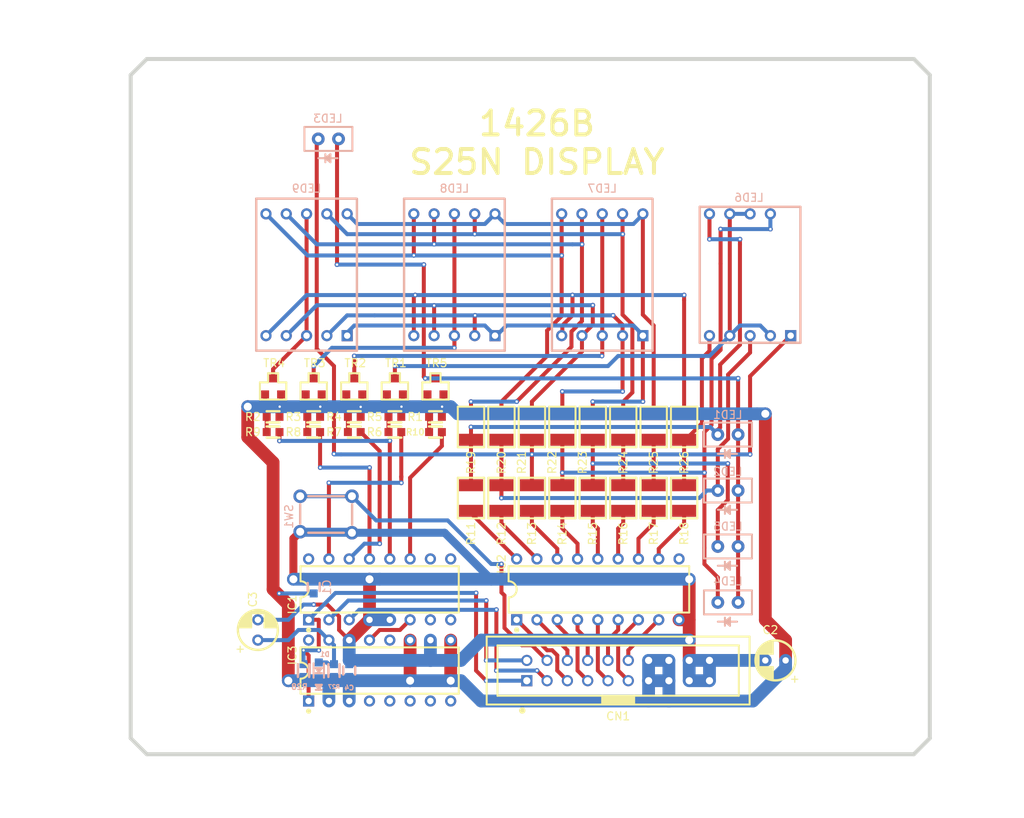
<source format=kicad_pcb>
(kicad_pcb (version 20171130) (host pcbnew "(5.1.10)-1")

  (general
    (thickness 1.6)
    (drawings 54)
    (tracks 503)
    (zones 0)
    (modules 56)
    (nets 65)
  )

  (page A4)
  (layers
    (0 F.Cu signal)
    (31 B.Cu signal)
    (32 B.Adhes user)
    (33 F.Adhes user)
    (34 B.Paste user)
    (35 F.Paste user)
    (36 B.SilkS user)
    (37 F.SilkS user)
    (38 B.Mask user)
    (39 F.Mask user)
    (40 Dwgs.User user)
    (41 Cmts.User user)
    (42 Eco1.User user)
    (43 Eco2.User user)
    (44 Edge.Cuts user)
    (45 Margin user)
    (46 B.CrtYd user)
    (47 F.CrtYd user)
    (48 B.Fab user hide)
    (49 F.Fab user hide)
  )

  (setup
    (last_trace_width 0.25)
    (user_trace_width 0.5)
    (user_trace_width 1)
    (user_trace_width 1.6)
    (user_trace_width 2)
    (trace_clearance 0.2)
    (zone_clearance 0.508)
    (zone_45_only no)
    (trace_min 0.2)
    (via_size 0.8)
    (via_drill 0.4)
    (via_min_size 0.4)
    (via_min_drill 0.3)
    (user_via 0.6 0.3)
    (user_via 1 0.5)
    (user_via 1.6 1)
    (uvia_size 0.3)
    (uvia_drill 0.1)
    (uvias_allowed no)
    (uvia_min_size 0.2)
    (uvia_min_drill 0.1)
    (edge_width 0.05)
    (segment_width 0.2)
    (pcb_text_width 0.3)
    (pcb_text_size 1.5 1.5)
    (mod_edge_width 0.12)
    (mod_text_size 1 1)
    (mod_text_width 0.15)
    (pad_size 1.4 1.4)
    (pad_drill 0.8)
    (pad_to_mask_clearance 0)
    (aux_axis_origin 0 0)
    (visible_elements 7FFFFFFF)
    (pcbplotparams
      (layerselection 0x010fc_ffffffff)
      (usegerberextensions false)
      (usegerberattributes true)
      (usegerberadvancedattributes true)
      (creategerberjobfile true)
      (excludeedgelayer true)
      (linewidth 0.100000)
      (plotframeref false)
      (viasonmask false)
      (mode 1)
      (useauxorigin false)
      (hpglpennumber 1)
      (hpglpenspeed 20)
      (hpglpendiameter 15.000000)
      (psnegative false)
      (psa4output false)
      (plotreference true)
      (plotvalue true)
      (plotinvisibletext false)
      (padsonsilk false)
      (subtractmaskfromsilk false)
      (outputformat 1)
      (mirror false)
      (drillshape 1)
      (scaleselection 1)
      (outputdirectory ""))
  )

  (net 0 "")
  (net 1 GND)
  (net 2 VCC)
  (net 3 "Net-(C3-Pad1)")
  (net 4 "Net-(CN1-Pad12)")
  (net 5 /COL2)
  (net 6 "Net-(CN1-Pad8)")
  (net 7 /MODE)
  (net 8 "Net-(CN1-Pad9)")
  (net 9 "Net-(CN1-Pad11)")
  (net 10 /COL1)
  (net 11 "Net-(CN1-Pad6)")
  (net 12 "Net-(CN1-Pad7)")
  (net 13 "Net-(CN1-Pad10)")
  (net 14 /COL0)
  (net 15 "Net-(CN1-Pad5)")
  (net 16 "Net-(IC1-Pad15)")
  (net 17 "Net-(IC1-Pad14)")
  (net 18 "Net-(IC1-Pad12)")
  (net 19 /G1)
  (net 20 "Net-(IC1-Pad13)")
  (net 21 "Net-(IC1-Pad9)")
  (net 22 "Net-(IC1-Pad10)")
  (net 23 "Net-(IC1-Pad7)")
  (net 24 "Net-(IC1-Pad11)")
  (net 25 "Net-(IC2-Pad15)")
  (net 26 "Net-(IC2-Pad10)")
  (net 27 "Net-(IC2-Pad13)")
  (net 28 "Net-(IC2-Pad11)")
  (net 29 "Net-(IC2-Pad14)")
  (net 30 "Net-(IC2-Pad16)")
  (net 31 "Net-(IC2-Pad12)")
  (net 32 "Net-(LED1-Pad2)")
  (net 33 "Net-(LED1-Pad1)")
  (net 34 "Net-(LED2-Pad2)")
  (net 35 "Net-(LED3-Pad2)")
  (net 36 "Net-(LED4-Pad2)")
  (net 37 "Net-(LED5-Pad2)")
  (net 38 "Net-(LED6-Pad2)")
  (net 39 "Net-(LED6-Pad5)")
  (net 40 "Net-(LED7-Pad10)")
  (net 41 "Net-(LED7-Pad2)")
  (net 42 "Net-(LED7-Pad4)")
  (net 43 "Net-(LED7-Pad9)")
  (net 44 "Net-(LED7-Pad6)")
  (net 45 "Net-(LED7-Pad1)")
  (net 46 "Net-(LED7-Pad7)")
  (net 47 "Net-(LED7-Pad5)")
  (net 48 "Net-(LED7-Pad3)")
  (net 49 "Net-(LED8-Pad3)")
  (net 50 "Net-(LED9-Pad3)")
  (net 51 "Net-(R1-Pad2)")
  (net 52 "Net-(R2-Pad2)")
  (net 53 "Net-(R3-Pad2)")
  (net 54 "Net-(R4-Pad2)")
  (net 55 "Net-(R5-Pad2)")
  (net 56 "Net-(R16-Pad2)")
  (net 57 "Net-(R17-Pad2)")
  (net 58 "Net-(IC3-Pad5)")
  (net 59 "Net-(IC3-Pad4)")
  (net 60 "Net-(IC3-Pad12)")
  (net 61 "Net-(IC3-Pad6)")
  (net 62 "Net-(IC3-Pad7)")
  (net 63 "Net-(IC2-Pad18)")
  (net 64 "Net-(IC2-Pad17)")

  (net_class Default "This is the default net class."
    (clearance 0.2)
    (trace_width 0.25)
    (via_dia 0.8)
    (via_drill 0.4)
    (uvia_dia 0.3)
    (uvia_drill 0.1)
    (add_net /COL0)
    (add_net /COL1)
    (add_net /COL2)
    (add_net /G1)
    (add_net /MODE)
    (add_net GND)
    (add_net "Net-(C3-Pad1)")
    (add_net "Net-(CN1-Pad10)")
    (add_net "Net-(CN1-Pad11)")
    (add_net "Net-(CN1-Pad12)")
    (add_net "Net-(CN1-Pad5)")
    (add_net "Net-(CN1-Pad6)")
    (add_net "Net-(CN1-Pad7)")
    (add_net "Net-(CN1-Pad8)")
    (add_net "Net-(CN1-Pad9)")
    (add_net "Net-(IC1-Pad10)")
    (add_net "Net-(IC1-Pad11)")
    (add_net "Net-(IC1-Pad12)")
    (add_net "Net-(IC1-Pad13)")
    (add_net "Net-(IC1-Pad14)")
    (add_net "Net-(IC1-Pad15)")
    (add_net "Net-(IC1-Pad7)")
    (add_net "Net-(IC1-Pad9)")
    (add_net "Net-(IC2-Pad10)")
    (add_net "Net-(IC2-Pad11)")
    (add_net "Net-(IC2-Pad12)")
    (add_net "Net-(IC2-Pad13)")
    (add_net "Net-(IC2-Pad14)")
    (add_net "Net-(IC2-Pad15)")
    (add_net "Net-(IC2-Pad16)")
    (add_net "Net-(IC2-Pad17)")
    (add_net "Net-(IC2-Pad18)")
    (add_net "Net-(IC3-Pad12)")
    (add_net "Net-(IC3-Pad4)")
    (add_net "Net-(IC3-Pad5)")
    (add_net "Net-(IC3-Pad6)")
    (add_net "Net-(IC3-Pad7)")
    (add_net "Net-(LED1-Pad1)")
    (add_net "Net-(LED1-Pad2)")
    (add_net "Net-(LED2-Pad2)")
    (add_net "Net-(LED3-Pad2)")
    (add_net "Net-(LED4-Pad2)")
    (add_net "Net-(LED5-Pad2)")
    (add_net "Net-(LED6-Pad2)")
    (add_net "Net-(LED6-Pad5)")
    (add_net "Net-(LED7-Pad1)")
    (add_net "Net-(LED7-Pad10)")
    (add_net "Net-(LED7-Pad2)")
    (add_net "Net-(LED7-Pad3)")
    (add_net "Net-(LED7-Pad4)")
    (add_net "Net-(LED7-Pad5)")
    (add_net "Net-(LED7-Pad6)")
    (add_net "Net-(LED7-Pad7)")
    (add_net "Net-(LED7-Pad9)")
    (add_net "Net-(LED8-Pad3)")
    (add_net "Net-(LED9-Pad3)")
    (add_net "Net-(R1-Pad2)")
    (add_net "Net-(R16-Pad2)")
    (add_net "Net-(R17-Pad2)")
    (add_net "Net-(R2-Pad2)")
    (add_net "Net-(R3-Pad2)")
    (add_net "Net-(R4-Pad2)")
    (add_net "Net-(R5-Pad2)")
    (add_net VCC)
  )

  (module TD62083:TD62083 (layer F.Cu) (tedit 621861E4) (tstamp 621C60C3)
    (at 151.13 110.49 90)
    (path /621B9183)
    (fp_text reference IC2 (at 3.175 -12.065 90) (layer F.SilkS)
      (effects (font (size 1 1) (thickness 0.15)))
    )
    (fp_text value TD62083 (at 0.508 -13.2 90) (layer F.Fab)
      (effects (font (size 1 1) (thickness 0.15)))
    )
    (fp_line (start -2.9 8.63) (end -2.9 11.43) (layer F.SilkS) (width 0.25))
    (fp_line (start 2.9 8.63) (end 2.9 11.43) (layer F.SilkS) (width 0.25))
    (fp_circle (center -5.08 -10.16) (end -4.88 -10.16) (layer F.SilkS) (width 0.25))
    (fp_line (start -2.9 -11.17) (end -1.016 -11.17) (layer F.SilkS) (width 0.25))
    (fp_line (start 2.9 8.63) (end 2.9 -11.17) (layer F.SilkS) (width 0.25))
    (fp_line (start -2.9 8.63) (end -2.9 -11.17) (layer F.SilkS) (width 0.25))
    (fp_poly (pts (xy -4.88 -10.16) (xy -5.08 -9.96) (xy -5.28 -10.16) (xy -5.08 -10.36)) (layer F.SilkS) (width 0.1))
    (fp_line (start -2.9 11.43) (end 2.9 11.43) (layer F.SilkS) (width 0.25))
    (fp_line (start 1.016 -11.17) (end 2.9 -11.17) (layer F.SilkS) (width 0.25))
    (fp_arc (start 0 -11.17) (end -1.016 -11.17) (angle -180) (layer F.SilkS) (width 0.25))
    (pad 18 thru_hole circle (at 3.81 -10.16 90) (size 1.4 1.4) (drill 0.8) (layers *.Cu *.Mask)
      (net 63 "Net-(IC2-Pad18)"))
    (pad 17 thru_hole circle (at 3.81 -7.62 90) (size 1.4 1.4) (drill 0.8) (layers *.Cu *.Mask)
      (net 64 "Net-(IC2-Pad17)"))
    (pad 15 thru_hole circle (at 3.81 -2.54 90) (size 1.4 1.4) (drill 0.8) (layers *.Cu *.Mask)
      (net 25 "Net-(IC2-Pad15)"))
    (pad 4 thru_hole circle (at -3.81 -2.54 90) (size 1.4 1.4) (drill 0.8) (layers *.Cu *.Mask)
      (net 6 "Net-(CN1-Pad8)"))
    (pad 10 thru_hole circle (at 3.81 10.16 90) (size 1.4 1.4) (drill 0.8) (layers *.Cu *.Mask)
      (net 26 "Net-(IC2-Pad10)"))
    (pad 2 thru_hole circle (at -3.81 -7.62 90) (size 1.4 1.4) (drill 0.8) (layers *.Cu *.Mask)
      (net 11 "Net-(CN1-Pad6)"))
    (pad 13 thru_hole circle (at 3.81 2.54 90) (size 1.4 1.4) (drill 0.8) (layers *.Cu *.Mask)
      (net 27 "Net-(IC2-Pad13)"))
    (pad 11 thru_hole circle (at 3.81 7.62 90) (size 1.4 1.4) (drill 0.8) (layers *.Cu *.Mask)
      (net 28 "Net-(IC2-Pad11)"))
    (pad 3 thru_hole circle (at -3.81 -5.08 90) (size 1.4 1.4) (drill 0.8) (layers *.Cu *.Mask)
      (net 12 "Net-(CN1-Pad7)"))
    (pad 14 thru_hole circle (at 3.81 0 90) (size 1.4 1.4) (drill 0.8) (layers *.Cu *.Mask)
      (net 29 "Net-(IC2-Pad14)"))
    (pad 7 thru_hole circle (at -3.81 5.08 90) (size 1.4 1.4) (drill 0.8) (layers *.Cu *.Mask)
      (net 9 "Net-(CN1-Pad11)"))
    (pad 9 thru_hole circle (at -3.81 10.16 90) (size 1.4 1.4) (drill 0.8) (layers *.Cu *.Mask)
      (net 1 GND))
    (pad 6 thru_hole circle (at -3.81 2.54 90) (size 1.4 1.4) (drill 0.8) (layers *.Cu *.Mask)
      (net 13 "Net-(CN1-Pad10)"))
    (pad 16 thru_hole circle (at 3.81 -5.08 90) (size 1.4 1.4) (drill 0.8) (layers *.Cu *.Mask)
      (net 30 "Net-(IC2-Pad16)"))
    (pad 12 thru_hole circle (at 3.81 5.08 90) (size 1.4 1.4) (drill 0.8) (layers *.Cu *.Mask)
      (net 31 "Net-(IC2-Pad12)"))
    (pad 8 thru_hole circle (at -3.81 7.62 90) (size 1.4 1.4) (drill 0.8) (layers *.Cu *.Mask)
      (net 4 "Net-(CN1-Pad12)"))
    (pad 1 thru_hole rect (at -3.81 -10.16 90) (size 1.4 1.4) (drill 0.8) (layers *.Cu *.Mask)
      (net 15 "Net-(CN1-Pad5)"))
    (pad 5 thru_hole circle (at -3.81 0 90) (size 1.4 1.4) (drill 0.8) (layers *.Cu *.Mask)
      (net 8 "Net-(CN1-Pad9)"))
  )

  (module MountingHole:MountingHole_4.3mm_M4 (layer F.Cu) (tedit 56D1B4CB) (tstamp 621C6250)
    (at 97.68 126.12)
    (descr "Mounting Hole 4.3mm, no annular, M4")
    (tags "mounting hole 4.3mm no annular m4")
    (attr virtual)
    (fp_text reference REF** (at 0 -4.5) (layer F.SilkS) hide
      (effects (font (size 1 1) (thickness 0.15)))
    )
    (fp_text value MountingHole_4.3mm_M4 (at 0 4.5) (layer F.Fab)
      (effects (font (size 1 1) (thickness 0.15)))
    )
    (fp_circle (center 0 0) (end 4.3 0) (layer Cmts.User) (width 0.15))
    (fp_circle (center 0 0) (end 4.55 0) (layer F.CrtYd) (width 0.05))
    (fp_text user %R (at 0.3 0) (layer F.Fab)
      (effects (font (size 1 1) (thickness 0.15)))
    )
    (pad 1 np_thru_hole circle (at 0 0) (size 4.3 4.3) (drill 4.3) (layers *.Cu *.Mask))
  )

  (module led-OS:led_sq (layer B.Cu) (tedit 621DA0CF) (tstamp 6219DD5F)
    (at 167.41 112.12 180)
    (path /621A2499)
    (fp_text reference LED4 (at 0 2.646) (layer B.SilkS)
      (effects (font (size 1 1) (thickness 0.15)) (justify mirror))
    )
    (fp_text value GREEN (at 0 4.31) (layer B.Fab)
      (effects (font (size 1 1) (thickness 0.15)) (justify mirror))
    )
    (fp_line (start -3 1.5) (end 3 1.5) (layer B.SilkS) (width 0.25))
    (fp_line (start 3 1.5) (end 3 -1.5) (layer B.SilkS) (width 0.25))
    (fp_line (start -3 -1.5) (end 3 -1.5) (layer B.SilkS) (width 0.25))
    (fp_line (start -3 1.5) (end -3 -1.5) (layer B.SilkS) (width 0.25))
    (fp_line (start 0.381 -2.413) (end -0.254 -2.921) (layer B.SilkS) (width 0.25))
    (fp_line (start 0.635 -2.413) (end 1.27 -2.413) (layer B.SilkS) (width 0.25))
    (fp_line (start 0.254 -2.413) (end 0.635 -2.413) (layer B.SilkS) (width 0.25))
    (fp_line (start 0.381 -1.905) (end 0.381 -2.921) (layer B.SilkS) (width 0.25))
    (fp_line (start -0.254 -2.921) (end -0.254 -2.54) (layer B.SilkS) (width 0.25))
    (fp_line (start -0.254 -1.905) (end 0.381 -2.413) (layer B.SilkS) (width 0.25))
    (fp_line (start -0.254 -2.286) (end -0.254 -1.905) (layer B.SilkS) (width 0.25))
    (fp_line (start -1.143 -2.413) (end -0.127 -2.413) (layer B.SilkS) (width 0.25))
    (fp_poly (pts (xy 0.254 -2.413) (xy -0.127 -2.667) (xy -0.254 -1.905)) (layer B.SilkS) (width 0.1))
    (pad 2 thru_hole circle (at 1.27 0 180) (size 1.6 1.6) (drill 0.8) (layers *.Cu *.Mask)
      (net 36 "Net-(LED4-Pad2)"))
    (pad 1 thru_hole circle (at -1.27 0 180) (size 1.6 1.6) (drill 0.8) (layers *.Cu *.Mask)
      (net 33 "Net-(LED1-Pad1)"))
  )

  (module led-OS:led_sq (layer B.Cu) (tedit 621DA0CF) (tstamp 6219DD69)
    (at 167.41 105.12 180)
    (path /6218D2E9)
    (fp_text reference LED5 (at 0 2.504) (layer B.SilkS)
      (effects (font (size 1 1) (thickness 0.15)) (justify mirror))
    )
    (fp_text value GREEN (at 0 4.31) (layer B.Fab)
      (effects (font (size 1 1) (thickness 0.15)) (justify mirror))
    )
    (fp_line (start -3 1.5) (end 3 1.5) (layer B.SilkS) (width 0.25))
    (fp_line (start 3 1.5) (end 3 -1.5) (layer B.SilkS) (width 0.25))
    (fp_line (start -3 -1.5) (end 3 -1.5) (layer B.SilkS) (width 0.25))
    (fp_line (start -3 1.5) (end -3 -1.5) (layer B.SilkS) (width 0.25))
    (fp_line (start 0.381 -2.413) (end -0.254 -2.921) (layer B.SilkS) (width 0.25))
    (fp_line (start 0.635 -2.413) (end 1.27 -2.413) (layer B.SilkS) (width 0.25))
    (fp_line (start 0.254 -2.413) (end 0.635 -2.413) (layer B.SilkS) (width 0.25))
    (fp_line (start 0.381 -1.905) (end 0.381 -2.921) (layer B.SilkS) (width 0.25))
    (fp_line (start -0.254 -2.921) (end -0.254 -2.54) (layer B.SilkS) (width 0.25))
    (fp_line (start -0.254 -1.905) (end 0.381 -2.413) (layer B.SilkS) (width 0.25))
    (fp_line (start -0.254 -2.286) (end -0.254 -1.905) (layer B.SilkS) (width 0.25))
    (fp_line (start -1.143 -2.413) (end -0.127 -2.413) (layer B.SilkS) (width 0.25))
    (fp_poly (pts (xy 0.254 -2.413) (xy -0.127 -2.667) (xy -0.254 -1.905)) (layer B.SilkS) (width 0.1))
    (pad 2 thru_hole circle (at 1.27 0 180) (size 1.6 1.6) (drill 0.8) (layers *.Cu *.Mask)
      (net 37 "Net-(LED5-Pad2)"))
    (pad 1 thru_hole circle (at -1.27 0 180) (size 1.6 1.6) (drill 0.8) (layers *.Cu *.Mask)
      (net 33 "Net-(LED1-Pad1)"))
  )

  (module led-OS:led_sq (layer B.Cu) (tedit 621DA0CF) (tstamp 6219DD4B)
    (at 167.41 98.12 180)
    (path /621A2A4A)
    (fp_text reference LED2 (at 0.024 2.362) (layer B.SilkS)
      (effects (font (size 1 1) (thickness 0.15)) (justify mirror))
    )
    (fp_text value GREEN (at 0 4.31) (layer B.Fab)
      (effects (font (size 1 1) (thickness 0.15)) (justify mirror))
    )
    (fp_line (start -3 1.5) (end 3 1.5) (layer B.SilkS) (width 0.25))
    (fp_line (start 3 1.5) (end 3 -1.5) (layer B.SilkS) (width 0.25))
    (fp_line (start -3 -1.5) (end 3 -1.5) (layer B.SilkS) (width 0.25))
    (fp_line (start -3 1.5) (end -3 -1.5) (layer B.SilkS) (width 0.25))
    (fp_line (start 0.381 -2.413) (end -0.254 -2.921) (layer B.SilkS) (width 0.25))
    (fp_line (start 0.635 -2.413) (end 1.27 -2.413) (layer B.SilkS) (width 0.25))
    (fp_line (start 0.254 -2.413) (end 0.635 -2.413) (layer B.SilkS) (width 0.25))
    (fp_line (start 0.381 -1.905) (end 0.381 -2.921) (layer B.SilkS) (width 0.25))
    (fp_line (start -0.254 -2.921) (end -0.254 -2.54) (layer B.SilkS) (width 0.25))
    (fp_line (start -0.254 -1.905) (end 0.381 -2.413) (layer B.SilkS) (width 0.25))
    (fp_line (start -0.254 -2.286) (end -0.254 -1.905) (layer B.SilkS) (width 0.25))
    (fp_line (start -1.143 -2.413) (end -0.127 -2.413) (layer B.SilkS) (width 0.25))
    (fp_poly (pts (xy 0.254 -2.413) (xy -0.127 -2.667) (xy -0.254 -1.905)) (layer B.SilkS) (width 0.1))
    (pad 2 thru_hole circle (at 1.27 0 180) (size 1.6 1.6) (drill 0.8) (layers *.Cu *.Mask)
      (net 34 "Net-(LED2-Pad2)"))
    (pad 1 thru_hole circle (at -1.27 0 180) (size 1.6 1.6) (drill 0.8) (layers *.Cu *.Mask)
      (net 33 "Net-(LED1-Pad1)"))
  )

  (module led-OS:led_sq (layer B.Cu) (tedit 621DA0CF) (tstamp 6219DD41)
    (at 167.41 91.12 180)
    (path /62217634)
    (fp_text reference LED1 (at 0.024 2.474) (layer B.SilkS)
      (effects (font (size 1 1) (thickness 0.15)) (justify mirror))
    )
    (fp_text value GREEN (at 0 4.31) (layer B.Fab)
      (effects (font (size 1 1) (thickness 0.15)) (justify mirror))
    )
    (fp_line (start -3 1.5) (end 3 1.5) (layer B.SilkS) (width 0.25))
    (fp_line (start 3 1.5) (end 3 -1.5) (layer B.SilkS) (width 0.25))
    (fp_line (start -3 -1.5) (end 3 -1.5) (layer B.SilkS) (width 0.25))
    (fp_line (start -3 1.5) (end -3 -1.5) (layer B.SilkS) (width 0.25))
    (fp_line (start 0.381 -2.413) (end -0.254 -2.921) (layer B.SilkS) (width 0.25))
    (fp_line (start 0.635 -2.413) (end 1.27 -2.413) (layer B.SilkS) (width 0.25))
    (fp_line (start 0.254 -2.413) (end 0.635 -2.413) (layer B.SilkS) (width 0.25))
    (fp_line (start 0.381 -1.905) (end 0.381 -2.921) (layer B.SilkS) (width 0.25))
    (fp_line (start -0.254 -2.921) (end -0.254 -2.54) (layer B.SilkS) (width 0.25))
    (fp_line (start -0.254 -1.905) (end 0.381 -2.413) (layer B.SilkS) (width 0.25))
    (fp_line (start -0.254 -2.286) (end -0.254 -1.905) (layer B.SilkS) (width 0.25))
    (fp_line (start -1.143 -2.413) (end -0.127 -2.413) (layer B.SilkS) (width 0.25))
    (fp_poly (pts (xy 0.254 -2.413) (xy -0.127 -2.667) (xy -0.254 -1.905)) (layer B.SilkS) (width 0.1))
    (pad 2 thru_hole circle (at 1.27 0 180) (size 1.6 1.6) (drill 0.8) (layers *.Cu *.Mask)
      (net 32 "Net-(LED1-Pad2)"))
    (pad 1 thru_hole circle (at -1.27 0 180) (size 1.6 1.6) (drill 0.8) (layers *.Cu *.Mask)
      (net 33 "Net-(LED1-Pad1)"))
  )

  (module led-OS:led_sq (layer B.Cu) (tedit 621DA0CF) (tstamp 6219DD55)
    (at 117.41 54.12 180)
    (path /621A27D3)
    (fp_text reference LED3 (at 0.062 2.558) (layer B.SilkS)
      (effects (font (size 1 1) (thickness 0.15)) (justify mirror))
    )
    (fp_text value GREEN (at 0 4.31) (layer B.Fab)
      (effects (font (size 1 1) (thickness 0.15)) (justify mirror))
    )
    (fp_line (start -3 1.5) (end 3 1.5) (layer B.SilkS) (width 0.25))
    (fp_line (start 3 1.5) (end 3 -1.5) (layer B.SilkS) (width 0.25))
    (fp_line (start -3 -1.5) (end 3 -1.5) (layer B.SilkS) (width 0.25))
    (fp_line (start -3 1.5) (end -3 -1.5) (layer B.SilkS) (width 0.25))
    (fp_line (start 0.381 -2.413) (end -0.254 -2.921) (layer B.SilkS) (width 0.25))
    (fp_line (start 0.635 -2.413) (end 1.27 -2.413) (layer B.SilkS) (width 0.25))
    (fp_line (start 0.254 -2.413) (end 0.635 -2.413) (layer B.SilkS) (width 0.25))
    (fp_line (start 0.381 -1.905) (end 0.381 -2.921) (layer B.SilkS) (width 0.25))
    (fp_line (start -0.254 -2.921) (end -0.254 -2.54) (layer B.SilkS) (width 0.25))
    (fp_line (start -0.254 -1.905) (end 0.381 -2.413) (layer B.SilkS) (width 0.25))
    (fp_line (start -0.254 -2.286) (end -0.254 -1.905) (layer B.SilkS) (width 0.25))
    (fp_line (start -1.143 -2.413) (end -0.127 -2.413) (layer B.SilkS) (width 0.25))
    (fp_poly (pts (xy 0.254 -2.413) (xy -0.127 -2.667) (xy -0.254 -1.905)) (layer B.SilkS) (width 0.1))
    (pad 2 thru_hole circle (at 1.27 0 180) (size 1.6 1.6) (drill 0.8) (layers *.Cu *.Mask)
      (net 35 "Net-(LED3-Pad2)"))
    (pad 1 thru_hole circle (at -1.27 0 180) (size 1.6 1.6) (drill 0.8) (layers *.Cu *.Mask)
      (net 33 "Net-(LED1-Pad1)"))
  )

  (module cn_connector:HIF3FC-20PA-2.54DSA (layer F.Cu) (tedit 62186779) (tstamp 621DFCD9)
    (at 153.67 120.65 90)
    (path /62821911)
    (fp_text reference CN1 (at -5.715 0 180) (layer F.SilkS)
      (effects (font (size 1 1) (thickness 0.15)))
    )
    (fp_text value HIF3FC-20PA (at 0 -19.55 90) (layer F.Fab)
      (effects (font (size 1 1) (thickness 0.15)))
    )
    (fp_poly (pts (xy -3.15 2) (xy -4.25 2) (xy -4.25 -2) (xy -3.15 -2)) (layer F.SilkS) (width 0.1))
    (fp_line (start -4.25 2) (end -3.15 2) (layer F.SilkS) (width 0.25))
    (fp_line (start -4.25 -2) (end -3.15 -2) (layer F.SilkS) (width 0.25))
    (fp_line (start -4.25 -16.45) (end -4.25 16.45) (layer F.SilkS) (width 0.25))
    (fp_line (start 4.25 16.45) (end 4.25 -16.45) (layer F.SilkS) (width 0.25))
    (fp_line (start -3.15 15.1) (end -3.15 -15.1) (layer F.SilkS) (width 0.25))
    (fp_line (start 3.15 15.1) (end -3.15 15.1) (layer F.SilkS) (width 0.25))
    (fp_line (start 3.15 -15.1) (end 3.15 15.1) (layer F.SilkS) (width 0.25))
    (fp_line (start -3.15 -15.1) (end 3.15 -15.1) (layer F.SilkS) (width 0.25))
    (fp_line (start 4.25 -16.45) (end -4.25 -16.45) (layer F.SilkS) (width 0.25))
    (fp_line (start -4.25 16.45) (end 4.25 16.45) (layer F.SilkS) (width 0.25))
    (fp_circle (center -5 -12) (end -4.8 -12) (layer F.SilkS) (width 0.4))
    (pad 12 thru_hole circle (at 1.27 1.27 90) (size 1.4 1.4) (drill 0.9) (layers *.Cu *.Mask)
      (net 4 "Net-(CN1-Pad12)"))
    (pad 14 thru_hole circle (at 1.27 3.81 90) (size 1.4 1.4) (drill 0.9) (layers *.Cu *.Mask)
      (net 2 VCC))
    (pad 3 thru_hole circle (at -1.27 -8.89 90) (size 1.4 1.4) (drill 0.9) (layers *.Cu *.Mask)
      (net 5 /COL2))
    (pad 8 thru_hole circle (at 1.27 -3.81 90) (size 1.4 1.4) (drill 0.9) (layers *.Cu *.Mask)
      (net 6 "Net-(CN1-Pad8)"))
    (pad 4 thru_hole circle (at 1.27 -8.89 90) (size 1.4 1.4) (drill 0.9) (layers *.Cu *.Mask)
      (net 7 /MODE))
    (pad 9 thru_hole circle (at -1.27 -1.27 90) (size 1.4 1.4) (drill 0.9) (layers *.Cu *.Mask)
      (net 8 "Net-(CN1-Pad9)"))
    (pad 11 thru_hole circle (at -1.27 1.27 90) (size 1.4 1.4) (drill 0.9) (layers *.Cu *.Mask)
      (net 9 "Net-(CN1-Pad11)"))
    (pad 2 thru_hole circle (at 1.27 -11.43 90) (size 1.4 1.4) (drill 0.9) (layers *.Cu *.Mask)
      (net 10 /COL1))
    (pad 15 thru_hole circle (at -1.27 6.35 90) (size 1.4 1.4) (drill 0.9) (layers *.Cu *.Mask)
      (net 2 VCC))
    (pad 20 thru_hole circle (at 1.27 11.43 90) (size 1.4 1.4) (drill 0.9) (layers *.Cu *.Mask)
      (net 1 GND))
    (pad 13 thru_hole circle (at -1.27 3.81 90) (size 1.4 1.4) (drill 0.9) (layers *.Cu *.Mask)
      (net 2 VCC))
    (pad 18 thru_hole circle (at 1.27 8.89 90) (size 1.4 1.4) (drill 0.9) (layers *.Cu *.Mask)
      (net 1 GND))
    (pad 19 thru_hole circle (at -1.27 11.43 90) (size 1.4 1.4) (drill 0.9) (layers *.Cu *.Mask)
      (net 1 GND))
    (pad 6 thru_hole circle (at 1.27 -6.35 90) (size 1.4 1.4) (drill 0.9) (layers *.Cu *.Mask)
      (net 11 "Net-(CN1-Pad6)"))
    (pad 7 thru_hole circle (at -1.27 -3.81 90) (size 1.4 1.4) (drill 0.9) (layers *.Cu *.Mask)
      (net 12 "Net-(CN1-Pad7)"))
    (pad 10 thru_hole circle (at 1.27 -1.27 90) (size 1.4 1.4) (drill 0.9) (layers *.Cu *.Mask)
      (net 13 "Net-(CN1-Pad10)"))
    (pad 1 thru_hole rect (at -1.27 -11.43 90) (size 1.4 1.4) (drill 0.9) (layers *.Cu *.Mask)
      (net 14 /COL0))
    (pad 5 thru_hole circle (at -1.27 -6.35 90) (size 1.4 1.4) (drill 0.9) (layers *.Cu *.Mask)
      (net 15 "Net-(CN1-Pad5)"))
    (pad 16 thru_hole circle (at 1.27 6.35 90) (size 1.4 1.4) (drill 0.9) (layers *.Cu *.Mask)
      (net 2 VCC))
    (pad 17 thru_hole circle (at -1.27 8.89 90) (size 1.4 1.4) (drill 0.9) (layers *.Cu *.Mask)
      (net 1 GND))
  )

  (module Diode_custom:1SS355 (layer B.Cu) (tedit 621D9995) (tstamp 621CB402)
    (at 116.205 120.65 270)
    (path /62181ED4)
    (fp_text reference D1 (at -2.032 -0.762 180) (layer B.SilkS)
      (effects (font (size 0.6 0.6) (thickness 0.15)) (justify mirror))
    )
    (fp_text value 1SS355 (at 0 2.405 270) (layer B.Fab)
      (effects (font (size 1 1) (thickness 0.15)) (justify mirror))
    )
    (fp_poly (pts (xy 0.1905 0) (xy -0.3175 -0.381) (xy -0.3175 0.381)) (layer B.SilkS) (width 0.1))
    (fp_line (start -0.8 -0.4) (end -0.8 0.4) (layer B.Fab) (width 0.1))
    (fp_line (start 0.8 0.4) (end 0.8 -0.4) (layer B.Fab) (width 0.1))
    (fp_line (start -0.3175 0.381) (end -0.3175 -0.381) (layer B.SilkS) (width 0.25))
    (fp_line (start -0.3175 -0.381) (end 0.1905 0) (layer B.SilkS) (width 0.25))
    (fp_line (start 0.1905 0) (end -0.3175 0.381) (layer B.SilkS) (width 0.25))
    (fp_line (start 0.3175 0.381) (end 0.3175 -0.381) (layer B.SilkS) (width 0.25))
    (fp_line (start -0.9 0.65) (end 0.9 0.65) (layer B.SilkS) (width 0.25))
    (fp_line (start -0.9 -0.65) (end 0.9 -0.65) (layer B.SilkS) (width 0.25))
    (pad 2 smd rect (at 1.016 0 270) (size 1 1) (layers B.Cu B.Paste B.Mask)
      (net 2 VCC))
    (pad 1 smd rect (at -1.016 0 270) (size 1 1) (layers B.Cu B.Paste B.Mask)
      (net 3 "Net-(C3-Pad1)"))
  )

  (module 7segsLED_SA39-129RWB:HDSP5307 (layer B.Cu) (tedit 621D8859) (tstamp 6219DD7A)
    (at 170.18 71.12 180)
    (path /6218A638)
    (fp_text reference LED6 (at 0.127 9.652) (layer B.SilkS)
      (effects (font (size 1 1) (thickness 0.15)) (justify mirror))
    )
    (fp_text value HDSP_5507 (at 0.254 -10.414) (layer B.Fab)
      (effects (font (size 1 1) (thickness 0.15)) (justify mirror))
    )
    (fp_line (start -6.3 8.5) (end 6.3 8.5) (layer B.SilkS) (width 0.3))
    (fp_line (start 6.3 8.5) (end 6.3 -8.5) (layer B.SilkS) (width 0.3))
    (fp_line (start -6.3 -8.518) (end 6.3 -8.518) (layer B.SilkS) (width 0.3))
    (fp_line (start -6.3 8.482) (end -6.3 -8.518) (layer B.SilkS) (width 0.3))
    (pad 9 thru_hole circle (at -2.54 7.62 180) (size 1.4 1.4) (drill 0.8) (layers *.Cu *.Mask)
      (net 36 "Net-(LED4-Pad2)"))
    (pad 8 thru_hole circle (at 0 7.62 180) (size 1.4 1.4) (drill 0.8) (layers *.Cu *.Mask)
      (net 38 "Net-(LED6-Pad2)"))
    (pad 7 thru_hole circle (at 2.54 7.62 180) (size 1.4 1.4) (drill 0.8) (layers *.Cu *.Mask)
      (net 38 "Net-(LED6-Pad2)"))
    (pad 6 thru_hole circle (at 5.08 7.62 180) (size 1.4 1.4) (drill 0.8) (layers *.Cu *.Mask)
      (net 32 "Net-(LED1-Pad2)"))
    (pad 5 thru_hole circle (at 5.08 -7.62 180) (size 1.4 1.4) (drill 0.8) (layers *.Cu *.Mask)
      (net 39 "Net-(LED6-Pad5)"))
    (pad 4 thru_hole circle (at 2.54 -7.62 180) (size 1.4 1.4) (drill 0.8) (layers *.Cu *.Mask)
      (net 38 "Net-(LED6-Pad2)"))
    (pad 3 thru_hole circle (at 0 -7.62 180) (size 1.4 1.4) (drill 0.8) (layers *.Cu *.Mask)
      (net 34 "Net-(LED2-Pad2)"))
    (pad 2 thru_hole circle (at -2.54 -7.62 180) (size 1.4 1.4) (drill 0.8) (layers *.Cu *.Mask)
      (net 38 "Net-(LED6-Pad2)"))
    (pad 1 thru_hole rect (at -5.08 -7.62 180) (size 1.4 1.4) (drill 0.8) (layers *.Cu *.Mask)
      (net 35 "Net-(LED3-Pad2)"))
  )

  (module 7segsLED_SA39-129RWB:LA601AB (layer B.Cu) (tedit 621D8842) (tstamp 621A313D)
    (at 151.68 71.12 180)
    (path /621997F0)
    (fp_text reference LED7 (at 0 10.795) (layer B.SilkS)
      (effects (font (size 1 1) (thickness 0.15)) (justify mirror))
    )
    (fp_text value LA601AB (at 0 -10.16) (layer B.Fab)
      (effects (font (size 1 1) (thickness 0.15)) (justify mirror))
    )
    (fp_line (start 6.3 9.525) (end 6.3 -9.5) (layer B.SilkS) (width 0.3))
    (fp_line (start -6.25 9.525) (end 6.3 9.525) (layer B.SilkS) (width 0.3))
    (fp_line (start -6.3 -9.5) (end 6.3 -9.5) (layer B.SilkS) (width 0.3))
    (fp_line (start -6.3 9.5) (end -6.3 -9.5) (layer B.SilkS) (width 0.3))
    (pad 10 thru_hole circle (at -5.08 7.62 180) (size 1.4 1.4) (drill 0.8) (layers *.Cu *.Mask)
      (net 40 "Net-(LED7-Pad10)"))
    (pad 2 thru_hole circle (at -2.54 -7.62 180) (size 1.4 1.4) (drill 0.8) (layers *.Cu *.Mask)
      (net 41 "Net-(LED7-Pad2)"))
    (pad 4 thru_hole circle (at 2.54 -7.62 180) (size 1.4 1.4) (drill 0.8) (layers *.Cu *.Mask)
      (net 42 "Net-(LED7-Pad4)"))
    (pad 9 thru_hole circle (at -2.54 7.62 180) (size 1.4 1.4) (drill 0.8) (layers *.Cu *.Mask)
      (net 43 "Net-(LED7-Pad9)"))
    (pad 6 thru_hole circle (at 5.08 7.62 180) (size 1.4 1.4) (drill 0.8) (layers *.Cu *.Mask)
      (net 44 "Net-(LED7-Pad6)"))
    (pad 1 thru_hole rect (at -5.08 -7.62 180) (size 1.4 1.4) (drill 0.8) (layers *.Cu *.Mask)
      (net 45 "Net-(LED7-Pad1)"))
    (pad 7 thru_hole circle (at 2.54 7.62 180) (size 1.4 1.4) (drill 0.8) (layers *.Cu *.Mask)
      (net 46 "Net-(LED7-Pad7)"))
    (pad 5 thru_hole circle (at 5.08 -7.62 180) (size 1.4 1.4) (drill 0.8) (layers *.Cu *.Mask)
      (net 47 "Net-(LED7-Pad5)"))
    (pad 8 thru_hole circle (at 0 7.62 180) (size 1.4 1.4) (drill 0.8) (layers *.Cu *.Mask)
      (net 48 "Net-(LED7-Pad3)"))
    (pad 3 thru_hole circle (at 0 -7.62 180) (size 1.4 1.4) (drill 0.8) (layers *.Cu *.Mask)
      (net 48 "Net-(LED7-Pad3)"))
  )

  (module 7segsLED_SA39-129RWB:LA601AB (layer B.Cu) (tedit 621D8842) (tstamp 6219DD9E)
    (at 133.18 71.12 180)
    (path /621988B8)
    (fp_text reference LED8 (at 0 10.795) (layer B.SilkS)
      (effects (font (size 1 1) (thickness 0.15)) (justify mirror))
    )
    (fp_text value LA601AB (at 0 -10.16) (layer B.Fab)
      (effects (font (size 1 1) (thickness 0.15)) (justify mirror))
    )
    (fp_line (start 6.3 9.525) (end 6.3 -9.5) (layer B.SilkS) (width 0.3))
    (fp_line (start -6.25 9.525) (end 6.3 9.525) (layer B.SilkS) (width 0.3))
    (fp_line (start -6.3 -9.5) (end 6.3 -9.5) (layer B.SilkS) (width 0.3))
    (fp_line (start -6.3 9.5) (end -6.3 -9.5) (layer B.SilkS) (width 0.3))
    (pad 10 thru_hole circle (at -5.08 7.62 180) (size 1.4 1.4) (drill 0.8) (layers *.Cu *.Mask)
      (net 40 "Net-(LED7-Pad10)"))
    (pad 2 thru_hole circle (at -2.54 -7.62 180) (size 1.4 1.4) (drill 0.8) (layers *.Cu *.Mask)
      (net 41 "Net-(LED7-Pad2)"))
    (pad 4 thru_hole circle (at 2.54 -7.62 180) (size 1.4 1.4) (drill 0.8) (layers *.Cu *.Mask)
      (net 42 "Net-(LED7-Pad4)"))
    (pad 9 thru_hole circle (at -2.54 7.62 180) (size 1.4 1.4) (drill 0.8) (layers *.Cu *.Mask)
      (net 43 "Net-(LED7-Pad9)"))
    (pad 6 thru_hole circle (at 5.08 7.62 180) (size 1.4 1.4) (drill 0.8) (layers *.Cu *.Mask)
      (net 44 "Net-(LED7-Pad6)"))
    (pad 1 thru_hole rect (at -5.08 -7.62 180) (size 1.4 1.4) (drill 0.8) (layers *.Cu *.Mask)
      (net 45 "Net-(LED7-Pad1)"))
    (pad 7 thru_hole circle (at 2.54 7.62 180) (size 1.4 1.4) (drill 0.8) (layers *.Cu *.Mask)
      (net 46 "Net-(LED7-Pad7)"))
    (pad 5 thru_hole circle (at 5.08 -7.62 180) (size 1.4 1.4) (drill 0.8) (layers *.Cu *.Mask)
      (net 47 "Net-(LED7-Pad5)"))
    (pad 8 thru_hole circle (at 0 7.62 180) (size 1.4 1.4) (drill 0.8) (layers *.Cu *.Mask)
      (net 49 "Net-(LED8-Pad3)"))
    (pad 3 thru_hole circle (at 0 -7.62 180) (size 1.4 1.4) (drill 0.8) (layers *.Cu *.Mask)
      (net 49 "Net-(LED8-Pad3)"))
  )

  (module 7segsLED_SA39-129RWB:LA601AB (layer B.Cu) (tedit 621DA376) (tstamp 621C7C39)
    (at 114.68 71.12 180)
    (path /62196E4C)
    (fp_text reference LED9 (at 0 10.795) (layer B.SilkS)
      (effects (font (size 1 1) (thickness 0.15)) (justify mirror))
    )
    (fp_text value LA601AB (at 0 -10.16) (layer B.Fab)
      (effects (font (size 1 1) (thickness 0.15)) (justify mirror))
    )
    (fp_line (start 6.3 9.525) (end 6.3 -9.5) (layer B.SilkS) (width 0.3))
    (fp_line (start -6.25 9.525) (end 6.3 9.525) (layer B.SilkS) (width 0.3))
    (fp_line (start -6.3 -9.5) (end 6.3 -9.5) (layer B.SilkS) (width 0.3))
    (fp_line (start -6.3 9.5) (end -6.3 -9.5) (layer B.SilkS) (width 0.3))
    (pad 10 thru_hole circle (at -5.08 7.62 180) (size 1.4 1.4) (drill 0.8) (layers *.Cu *.Mask)
      (net 40 "Net-(LED7-Pad10)"))
    (pad 2 thru_hole circle (at -2.54 -7.62 180) (size 1.4 1.4) (drill 0.8) (layers *.Cu *.Mask)
      (net 41 "Net-(LED7-Pad2)"))
    (pad 4 thru_hole circle (at 2.54 -7.62 180) (size 1.4 1.4) (drill 0.8) (layers *.Cu *.Mask)
      (net 42 "Net-(LED7-Pad4)"))
    (pad 9 thru_hole circle (at -2.54 7.62 180) (size 1.4 1.4) (drill 0.8) (layers *.Cu *.Mask)
      (net 43 "Net-(LED7-Pad9)"))
    (pad 6 thru_hole circle (at 5.08 7.62 180) (size 1.4 1.4) (drill 0.8) (layers *.Cu *.Mask)
      (net 44 "Net-(LED7-Pad6)"))
    (pad 1 thru_hole rect (at -5.08 -7.62 180) (size 1.4 1.4) (drill 0.8) (layers *.Cu *.Mask)
      (net 45 "Net-(LED7-Pad1)"))
    (pad 7 thru_hole circle (at 2.54 7.62 180) (size 1.4 1.4) (drill 0.8) (layers *.Cu *.Mask)
      (net 46 "Net-(LED7-Pad7)"))
    (pad 5 thru_hole circle (at 5.08 -7.62 180) (size 1.4 1.4) (drill 0.8) (layers *.Cu *.Mask)
      (net 47 "Net-(LED7-Pad5)"))
    (pad 8 thru_hole circle (at 0 7.62 180) (size 1.4 1.4) (drill 0.8) (layers *.Cu *.Mask)
      (net 50 "Net-(LED9-Pad3)"))
    (pad 3 thru_hole circle (at 0 -7.62 180) (size 1.4 1.4) (drill 0.8) (layers *.Cu *.Mask)
      (net 50 "Net-(LED9-Pad3)"))
  )

  (module MountingHole:MountingHole_4.3mm_M4 (layer F.Cu) (tedit 56D1B4CB) (tstamp 621C4E77)
    (at 97.68 49.12)
    (descr "Mounting Hole 4.3mm, no annular, M4")
    (tags "mounting hole 4.3mm no annular m4")
    (attr virtual)
    (fp_text reference REF** (at 0 -4.5) (layer F.SilkS) hide
      (effects (font (size 1 1) (thickness 0.15)))
    )
    (fp_text value MountingHole_4.3mm_M4 (at 0 4.5) (layer F.Fab)
      (effects (font (size 1 1) (thickness 0.15)))
    )
    (fp_circle (center 0 0) (end 4.3 0) (layer Cmts.User) (width 0.15))
    (fp_circle (center 0 0) (end 4.55 0) (layer F.CrtYd) (width 0.05))
    (fp_text user %R (at 0.3 0) (layer F.Fab)
      (effects (font (size 1 1) (thickness 0.15)))
    )
    (pad 1 np_thru_hole circle (at 0 0) (size 4.3 4.3) (drill 4.3) (layers *.Cu *.Mask))
  )

  (module MountingHole:MountingHole_4.3mm_M4 (layer F.Cu) (tedit 56D1B4CB) (tstamp 621C4F1D)
    (at 187.68 49.12)
    (descr "Mounting Hole 4.3mm, no annular, M4")
    (tags "mounting hole 4.3mm no annular m4")
    (attr virtual)
    (fp_text reference REF** (at 0 -4.5) (layer F.SilkS) hide
      (effects (font (size 1 1) (thickness 0.15)))
    )
    (fp_text value MountingHole_4.3mm_M4 (at 0 4.5) (layer F.Fab)
      (effects (font (size 1 1) (thickness 0.15)))
    )
    (fp_circle (center 0 0) (end 4.3 0) (layer Cmts.User) (width 0.15))
    (fp_circle (center 0 0) (end 4.55 0) (layer F.CrtYd) (width 0.05))
    (fp_text user %R (at 0.3 0) (layer F.Fab)
      (effects (font (size 1 1) (thickness 0.15)))
    )
    (pad 1 np_thru_hole circle (at 0 0) (size 4.3 4.3) (drill 4.3) (layers *.Cu *.Mask))
  )

  (module MountingHole:MountingHole_4.3mm_M4 (layer F.Cu) (tedit 56D1B4CB) (tstamp 621C8103)
    (at 187.68 126.12)
    (descr "Mounting Hole 4.3mm, no annular, M4")
    (tags "mounting hole 4.3mm no annular m4")
    (attr virtual)
    (fp_text reference REF** (at 0 -4.5) (layer F.SilkS) hide
      (effects (font (size 1 1) (thickness 0.15)))
    )
    (fp_text value MountingHole_4.3mm_M4 (at 0 4.5) (layer F.Fab)
      (effects (font (size 1 1) (thickness 0.15)))
    )
    (fp_circle (center 0 0) (end 4.3 0) (layer Cmts.User) (width 0.15))
    (fp_circle (center 0 0) (end 4.55 0) (layer F.CrtYd) (width 0.05))
    (fp_text user %R (at 0.3 0) (layer F.Fab)
      (effects (font (size 1 1) (thickness 0.15)))
    )
    (pad 1 np_thru_hole circle (at 0 0) (size 4.3 4.3) (drill 4.3) (layers *.Cu *.Mask))
  )

  (module 74HC161AP:74HC161AP (layer F.Cu) (tedit 620DA5BD) (tstamp 621C67A8)
    (at 123.825 110.49 90)
    (path /623B32FC)
    (fp_text reference IC1 (at -1.905 -10.93 90) (layer F.SilkS)
      (effects (font (size 1 1) (thickness 0.15)))
    )
    (fp_text value 74HC138 (at 0 -11.93 90) (layer F.Fab)
      (effects (font (size 1 1) (thickness 0.15)))
    )
    (fp_circle (center -5.08 -8.89) (end -4.88 -8.89) (layer F.SilkS) (width 0.25))
    (fp_poly (pts (xy -4.88 -8.89) (xy -5.08 -8.69) (xy -5.28 -8.89) (xy -5.08 -9.09)) (layer F.SilkS) (width 0.1))
    (fp_line (start -2.9 9.9) (end 2.9 9.9) (layer F.SilkS) (width 0.25))
    (fp_line (start -2.9 -9.9) (end -1.016 -9.9) (layer F.SilkS) (width 0.25))
    (fp_line (start 2.9 9.9) (end 2.9 -9.9) (layer F.SilkS) (width 0.25))
    (fp_line (start 1.016 -9.9) (end 2.9 -9.9) (layer F.SilkS) (width 0.25))
    (fp_line (start -2.9 9.9) (end -2.9 -9.9) (layer F.SilkS) (width 0.25))
    (fp_arc (start 0 -9.9) (end -1.016 -9.9) (angle -180) (layer F.SilkS) (width 0.25))
    (pad 16 thru_hole circle (at 3.81 -8.89 90) (size 1.4 1.4) (drill 0.8) (layers *.Cu *.Mask))
    (pad 15 thru_hole circle (at 3.81 -6.35 90) (size 1.4 1.4) (drill 0.8) (layers *.Cu *.Mask)
      (net 16 "Net-(IC1-Pad15)"))
    (pad 5 thru_hole circle (at -3.81 1.27 90) (size 1.4 1.4) (drill 0.8) (layers *.Cu *.Mask)
      (net 1 GND))
    (pad 8 thru_hole circle (at -3.81 8.89 90) (size 1.4 1.4) (drill 0.8) (layers *.Cu *.Mask))
    (pad 4 thru_hole circle (at -3.81 -1.27 90) (size 1.4 1.4) (drill 0.8) (layers *.Cu *.Mask)
      (net 1 GND))
    (pad 2 thru_hole circle (at -3.81 -6.35 90) (size 1.4 1.4) (drill 0.8) (layers *.Cu *.Mask)
      (net 10 /COL1))
    (pad 1 thru_hole rect (at -3.81 -8.89 90) (size 1.4 1.4) (drill 0.8) (layers *.Cu *.Mask)
      (net 14 /COL0))
    (pad 14 thru_hole circle (at 3.81 -3.81 90) (size 1.4 1.4) (drill 0.8) (layers *.Cu *.Mask)
      (net 17 "Net-(IC1-Pad14)"))
    (pad 12 thru_hole circle (at 3.81 1.27 90) (size 1.4 1.4) (drill 0.8) (layers *.Cu *.Mask)
      (net 18 "Net-(IC1-Pad12)"))
    (pad 6 thru_hole circle (at -3.81 3.81 90) (size 1.4 1.4) (drill 0.8) (layers *.Cu *.Mask)
      (net 19 /G1))
    (pad 3 thru_hole circle (at -3.81 -3.81 90) (size 1.4 1.4) (drill 0.8) (layers *.Cu *.Mask)
      (net 5 /COL2))
    (pad 13 thru_hole circle (at 3.81 -1.27 90) (size 1.4 1.4) (drill 0.8) (layers *.Cu *.Mask)
      (net 20 "Net-(IC1-Pad13)"))
    (pad 9 thru_hole circle (at 3.81 8.89 90) (size 1.4 1.4) (drill 0.8) (layers *.Cu *.Mask)
      (net 21 "Net-(IC1-Pad9)"))
    (pad 10 thru_hole circle (at 3.81 6.35 90) (size 1.4 1.4) (drill 0.8) (layers *.Cu *.Mask)
      (net 22 "Net-(IC1-Pad10)"))
    (pad 7 thru_hole circle (at -3.81 6.35 90) (size 1.4 1.4) (drill 0.8) (layers *.Cu *.Mask)
      (net 23 "Net-(IC1-Pad7)"))
    (pad 11 thru_hole circle (at 3.81 3.81 90) (size 1.4 1.4) (drill 0.8) (layers *.Cu *.Mask)
      (net 24 "Net-(IC1-Pad11)"))
  )

  (module 74HC161AP:74HC161AP (layer F.Cu) (tedit 620DA5BD) (tstamp 621CB437)
    (at 123.825 120.65 90)
    (path /623AE105)
    (fp_text reference IC3 (at 1.905 -10.93 90) (layer F.SilkS)
      (effects (font (size 1 1) (thickness 0.15)))
    )
    (fp_text value 74HC123 (at 0 -11.93 90) (layer F.Fab)
      (effects (font (size 1 1) (thickness 0.15)))
    )
    (fp_circle (center -5.08 -8.89) (end -4.88 -8.89) (layer F.SilkS) (width 0.25))
    (fp_poly (pts (xy -4.88 -8.89) (xy -5.08 -8.69) (xy -5.28 -8.89) (xy -5.08 -9.09)) (layer F.SilkS) (width 0.1))
    (fp_line (start -2.9 9.9) (end 2.9 9.9) (layer F.SilkS) (width 0.25))
    (fp_line (start -2.9 -9.9) (end -1.016 -9.9) (layer F.SilkS) (width 0.25))
    (fp_line (start 2.9 9.9) (end 2.9 -9.9) (layer F.SilkS) (width 0.25))
    (fp_line (start 1.016 -9.9) (end 2.9 -9.9) (layer F.SilkS) (width 0.25))
    (fp_line (start -2.9 9.9) (end -2.9 -9.9) (layer F.SilkS) (width 0.25))
    (fp_arc (start 0 -9.9) (end -1.016 -9.9) (angle -180) (layer F.SilkS) (width 0.25))
    (pad 16 thru_hole circle (at 3.81 -8.89 90) (size 1.4 1.4) (drill 0.8) (layers *.Cu *.Mask))
    (pad 15 thru_hole circle (at 3.81 -6.35 90) (size 1.4 1.4) (drill 0.8) (layers *.Cu *.Mask)
      (net 3 "Net-(C3-Pad1)"))
    (pad 5 thru_hole circle (at -3.81 1.27 90) (size 1.4 1.4) (drill 0.8) (layers *.Cu *.Mask)
      (net 58 "Net-(IC3-Pad5)"))
    (pad 8 thru_hole circle (at -3.81 8.89 90) (size 1.4 1.4) (drill 0.8) (layers *.Cu *.Mask))
    (pad 4 thru_hole circle (at -3.81 -1.27 90) (size 1.4 1.4) (drill 0.8) (layers *.Cu *.Mask)
      (net 59 "Net-(IC3-Pad4)"))
    (pad 2 thru_hole circle (at -3.81 -6.35 90) (size 1.4 1.4) (drill 0.8) (layers *.Cu *.Mask)
      (net 2 VCC))
    (pad 1 thru_hole rect (at -3.81 -8.89 90) (size 1.4 1.4) (drill 0.8) (layers *.Cu *.Mask)
      (net 14 /COL0))
    (pad 14 thru_hole circle (at 3.81 -3.81 90) (size 1.4 1.4) (drill 0.8) (layers *.Cu *.Mask)
      (net 1 GND))
    (pad 12 thru_hole circle (at 3.81 1.27 90) (size 1.4 1.4) (drill 0.8) (layers *.Cu *.Mask)
      (net 60 "Net-(IC3-Pad12)"))
    (pad 6 thru_hole circle (at -3.81 3.81 90) (size 1.4 1.4) (drill 0.8) (layers *.Cu *.Mask)
      (net 61 "Net-(IC3-Pad6)"))
    (pad 3 thru_hole circle (at -3.81 -3.81 90) (size 1.4 1.4) (drill 0.8) (layers *.Cu *.Mask)
      (net 2 VCC))
    (pad 13 thru_hole circle (at 3.81 -1.27 90) (size 1.4 1.4) (drill 0.8) (layers *.Cu *.Mask)
      (net 19 /G1))
    (pad 9 thru_hole circle (at 3.81 8.89 90) (size 1.4 1.4) (drill 0.8) (layers *.Cu *.Mask)
      (net 2 VCC))
    (pad 10 thru_hole circle (at 3.81 6.35 90) (size 1.4 1.4) (drill 0.8) (layers *.Cu *.Mask)
      (net 1 GND))
    (pad 7 thru_hole circle (at -3.81 6.35 90) (size 1.4 1.4) (drill 0.8) (layers *.Cu *.Mask)
      (net 62 "Net-(IC3-Pad7)"))
    (pad 11 thru_hole circle (at 3.81 3.81 90) (size 1.4 1.4) (drill 0.8) (layers *.Cu *.Mask)
      (net 2 VCC))
  )

  (module MOSFET:SSM3J334R (layer F.Cu) (tedit 62187487) (tstamp 621C9C2C)
    (at 130.81 85.09)
    (path /62220B6E)
    (fp_text reference TR5 (at 0.127 -2.921) (layer F.SilkS)
      (effects (font (size 1 1) (thickness 0.15)))
    )
    (fp_text value SSM3J334R (at 0 2.921) (layer F.Fab)
      (effects (font (size 1 1) (thickness 0.15)))
    )
    (fp_line (start 0.635 -0.508) (end 1.651 -0.508) (layer F.SilkS) (width 0.25))
    (fp_line (start 0.635 -1.651) (end 0.635 -0.508) (layer F.SilkS) (width 0.25))
    (fp_line (start -0.635 -1.651) (end 0.635 -1.651) (layer F.SilkS) (width 0.25))
    (fp_line (start -0.635 -0.508) (end -0.635 -1.651) (layer F.SilkS) (width 0.25))
    (fp_line (start -1.651 -0.508) (end -0.635 -0.508) (layer F.SilkS) (width 0.25))
    (fp_line (start 1.651 1.651) (end 1.651 -0.508) (layer F.SilkS) (width 0.25))
    (fp_line (start -1.651 1.651) (end 1.651 1.651) (layer F.SilkS) (width 0.25))
    (fp_line (start -1.651 1.651) (end -1.651 -0.508) (layer F.SilkS) (width 0.25))
    (pad 3 smd rect (at 0 -1) (size 1 1) (layers F.Cu F.Paste F.Mask)
      (net 33 "Net-(LED1-Pad1)"))
    (pad 1 smd rect (at -1 1) (size 1 1) (layers F.Cu F.Paste F.Mask)
      (net 51 "Net-(R1-Pad2)"))
    (pad 2 smd rect (at 1 1) (size 1 1) (layers F.Cu F.Paste F.Mask)
      (net 2 VCC))
  )

  (module MOSFET:SSM3J334R (layer F.Cu) (tedit 62187487) (tstamp 621C9BAE)
    (at 110.49 85.09)
    (path /62212E33)
    (fp_text reference TR4 (at 0.127 -2.921 180) (layer F.SilkS)
      (effects (font (size 1 1) (thickness 0.15)))
    )
    (fp_text value SSM3J334R (at 0 2.921 180) (layer F.Fab)
      (effects (font (size 1 1) (thickness 0.15)))
    )
    (fp_line (start 0.635 -0.508) (end 1.651 -0.508) (layer F.SilkS) (width 0.25))
    (fp_line (start 0.635 -1.651) (end 0.635 -0.508) (layer F.SilkS) (width 0.25))
    (fp_line (start -0.635 -1.651) (end 0.635 -1.651) (layer F.SilkS) (width 0.25))
    (fp_line (start -0.635 -0.508) (end -0.635 -1.651) (layer F.SilkS) (width 0.25))
    (fp_line (start -1.651 -0.508) (end -0.635 -0.508) (layer F.SilkS) (width 0.25))
    (fp_line (start 1.651 1.651) (end 1.651 -0.508) (layer F.SilkS) (width 0.25))
    (fp_line (start -1.651 1.651) (end 1.651 1.651) (layer F.SilkS) (width 0.25))
    (fp_line (start -1.651 1.651) (end -1.651 -0.508) (layer F.SilkS) (width 0.25))
    (pad 3 smd rect (at 0 -1) (size 1 1) (layers F.Cu F.Paste F.Mask)
      (net 50 "Net-(LED9-Pad3)"))
    (pad 1 smd rect (at -1 1) (size 1 1) (layers F.Cu F.Paste F.Mask)
      (net 52 "Net-(R2-Pad2)"))
    (pad 2 smd rect (at 1 1) (size 1 1) (layers F.Cu F.Paste F.Mask)
      (net 2 VCC))
  )

  (module MOSFET:SSM3J334R (layer F.Cu) (tedit 62187487) (tstamp 621C9B84)
    (at 115.57 85.09)
    (path /62276EAD)
    (fp_text reference TR3 (at 0.127 -2.921) (layer F.SilkS)
      (effects (font (size 1 1) (thickness 0.15)))
    )
    (fp_text value SSM3J334R (at 0 2.921) (layer F.Fab)
      (effects (font (size 1 1) (thickness 0.15)))
    )
    (fp_line (start 0.635 -0.508) (end 1.651 -0.508) (layer F.SilkS) (width 0.25))
    (fp_line (start 0.635 -1.651) (end 0.635 -0.508) (layer F.SilkS) (width 0.25))
    (fp_line (start -0.635 -1.651) (end 0.635 -1.651) (layer F.SilkS) (width 0.25))
    (fp_line (start -0.635 -0.508) (end -0.635 -1.651) (layer F.SilkS) (width 0.25))
    (fp_line (start -1.651 -0.508) (end -0.635 -0.508) (layer F.SilkS) (width 0.25))
    (fp_line (start 1.651 1.651) (end 1.651 -0.508) (layer F.SilkS) (width 0.25))
    (fp_line (start -1.651 1.651) (end 1.651 1.651) (layer F.SilkS) (width 0.25))
    (fp_line (start -1.651 1.651) (end -1.651 -0.508) (layer F.SilkS) (width 0.25))
    (pad 3 smd rect (at 0 -1) (size 1 1) (layers F.Cu F.Paste F.Mask)
      (net 49 "Net-(LED8-Pad3)"))
    (pad 1 smd rect (at -1 1) (size 1 1) (layers F.Cu F.Paste F.Mask)
      (net 53 "Net-(R3-Pad2)"))
    (pad 2 smd rect (at 1 1) (size 1 1) (layers F.Cu F.Paste F.Mask)
      (net 2 VCC))
  )

  (module MOSFET:SSM3J334R (layer F.Cu) (tedit 62187487) (tstamp 621C9C9F)
    (at 120.65 85.09)
    (path /621F6FB1)
    (fp_text reference TR2 (at 0.127 -2.921) (layer F.SilkS)
      (effects (font (size 1 1) (thickness 0.15)))
    )
    (fp_text value SSM3J334R (at 0 2.921) (layer F.Fab)
      (effects (font (size 1 1) (thickness 0.15)))
    )
    (fp_line (start 0.635 -0.508) (end 1.651 -0.508) (layer F.SilkS) (width 0.25))
    (fp_line (start 0.635 -1.651) (end 0.635 -0.508) (layer F.SilkS) (width 0.25))
    (fp_line (start -0.635 -1.651) (end 0.635 -1.651) (layer F.SilkS) (width 0.25))
    (fp_line (start -0.635 -0.508) (end -0.635 -1.651) (layer F.SilkS) (width 0.25))
    (fp_line (start -1.651 -0.508) (end -0.635 -0.508) (layer F.SilkS) (width 0.25))
    (fp_line (start 1.651 1.651) (end 1.651 -0.508) (layer F.SilkS) (width 0.25))
    (fp_line (start -1.651 1.651) (end 1.651 1.651) (layer F.SilkS) (width 0.25))
    (fp_line (start -1.651 1.651) (end -1.651 -0.508) (layer F.SilkS) (width 0.25))
    (pad 3 smd rect (at 0 -1) (size 1 1) (layers F.Cu F.Paste F.Mask)
      (net 48 "Net-(LED7-Pad3)"))
    (pad 1 smd rect (at -1 1) (size 1 1) (layers F.Cu F.Paste F.Mask)
      (net 54 "Net-(R4-Pad2)"))
    (pad 2 smd rect (at 1 1) (size 1 1) (layers F.Cu F.Paste F.Mask)
      (net 2 VCC))
  )

  (module MOSFET:SSM3J334R (layer F.Cu) (tedit 62187487) (tstamp 621C9C02)
    (at 125.73 85.09)
    (path /621E557C)
    (fp_text reference TR1 (at 0.127 -2.921) (layer F.SilkS)
      (effects (font (size 1 1) (thickness 0.15)))
    )
    (fp_text value SSM3J334R (at 0 2.921) (layer F.Fab)
      (effects (font (size 1 1) (thickness 0.15)))
    )
    (fp_line (start 0.635 -0.508) (end 1.651 -0.508) (layer F.SilkS) (width 0.25))
    (fp_line (start 0.635 -1.651) (end 0.635 -0.508) (layer F.SilkS) (width 0.25))
    (fp_line (start -0.635 -1.651) (end 0.635 -1.651) (layer F.SilkS) (width 0.25))
    (fp_line (start -0.635 -0.508) (end -0.635 -1.651) (layer F.SilkS) (width 0.25))
    (fp_line (start -1.651 -0.508) (end -0.635 -0.508) (layer F.SilkS) (width 0.25))
    (fp_line (start 1.651 1.651) (end 1.651 -0.508) (layer F.SilkS) (width 0.25))
    (fp_line (start -1.651 1.651) (end 1.651 1.651) (layer F.SilkS) (width 0.25))
    (fp_line (start -1.651 1.651) (end -1.651 -0.508) (layer F.SilkS) (width 0.25))
    (pad 3 smd rect (at 0 -1) (size 1 1) (layers F.Cu F.Paste F.Mask)
      (net 38 "Net-(LED6-Pad2)"))
    (pad 1 smd rect (at -1 1) (size 1 1) (layers F.Cu F.Paste F.Mask)
      (net 55 "Net-(R5-Pad2)"))
    (pad 2 smd rect (at 1 1) (size 1 1) (layers F.Cu F.Paste F.Mask)
      (net 2 VCC))
  )

  (module Switch_skhhby:SKHHBY (layer B.Cu) (tedit 621C1B21) (tstamp 621C16DC)
    (at 117.18 101.12 270)
    (path /6217F592)
    (fp_text reference SW1 (at 0.254 4.699 90) (layer B.SilkS)
      (effects (font (size 1 1) (thickness 0.15)) (justify mirror))
    )
    (fp_text value SKHHBY (at 0 -5.334 90) (layer B.Fab)
      (effects (font (size 1 1) (thickness 0.15)) (justify mirror))
    )
    (fp_line (start -1.27 -3.198) (end 1.27 -3.198) (layer B.SilkS) (width 0.3))
    (fp_line (start 2.286 2.286) (end 2.286 -2.159) (layer B.SilkS) (width 0.3))
    (fp_line (start -2.286 2.286) (end -2.286 -2.159) (layer B.SilkS) (width 0.3))
    (fp_line (start -1.27 3.302) (end 1.143 3.302) (layer B.SilkS) (width 0.3))
    (pad 4 thru_hole circle (at 2.286 -3.175 270) (size 1.7 1.7) (drill 1) (layers *.Cu *.Mask)
      (net 1 GND))
    (pad 2 thru_hole circle (at -2.286 -3.175 270) (size 1.7 1.7) (drill 1) (layers *.Cu *.Mask)
      (net 7 /MODE))
    (pad 3 thru_hole circle (at 2.159 3.302 270) (size 1.7 1.7) (drill 1) (layers *.Cu *.Mask)
      (net 1 GND))
    (pad 1 thru_hole circle (at -2.286 3.302 270) (size 1.7 1.7) (drill 1) (layers *.Cu *.Mask)
      (net 7 /MODE))
  )

  (module C_1608:C1608C0G1H682J (layer B.Cu) (tedit 620DF480) (tstamp 621CB491)
    (at 114.3 120.65 270)
    (path /621D46F5)
    (attr smd)
    (fp_text reference R28 (at 2.032 0.508 180) (layer B.SilkS)
      (effects (font (size 0.7 0.7) (thickness 0.15)) (justify mirror))
    )
    (fp_text value 10k (at 0 1.778 270) (layer B.Fab)
      (effects (font (size 1 1) (thickness 0.15)) (justify mirror))
    )
    (fp_line (start -0.8 -0.4) (end -0.8 0.4) (layer B.Fab) (width 0.1))
    (fp_line (start 0.8 -0.7) (end -0.8 -0.7) (layer B.SilkS) (width 0.3))
    (fp_line (start 0.8 0.7) (end -0.8 0.7) (layer B.SilkS) (width 0.3))
    (fp_text user " " (at 0 0 270) (layer B.SilkS)
      (effects (font (size 1.27 1.27) (thickness 0.15)) (justify mirror))
    )
    (pad 2 smd rect (at 0.8 0 270) (size 1 1) (layers B.Cu B.Paste B.Mask)
      (net 2 VCC))
    (pad 1 smd rect (at -0.8 0 270) (size 1 1) (layers B.Cu B.Paste B.Mask)
      (net 14 /COL0))
  )

  (module C_1608:C1608C0G1H682J (layer B.Cu) (tedit 620DF480) (tstamp 621CB476)
    (at 118.11 120.65 90)
    (path /621831D2)
    (attr smd)
    (fp_text reference R27 (at -2.032 0 180) (layer B.SilkS)
      (effects (font (size 0.5 0.5) (thickness 0.125)) (justify mirror))
    )
    (fp_text value 10k (at 0 1.778 270) (layer B.Fab)
      (effects (font (size 1 1) (thickness 0.15)) (justify mirror))
    )
    (fp_line (start -0.8 -0.4) (end -0.8 0.4) (layer B.Fab) (width 0.1))
    (fp_line (start 0.8 -0.7) (end -0.8 -0.7) (layer B.SilkS) (width 0.3))
    (fp_line (start 0.8 0.7) (end -0.8 0.7) (layer B.SilkS) (width 0.3))
    (fp_text user " " (at 0 0 270) (layer B.SilkS)
      (effects (font (size 1.27 1.27) (thickness 0.15)) (justify mirror))
    )
    (pad 2 smd rect (at 0.8 0 90) (size 1 1) (layers B.Cu B.Paste B.Mask)
      (net 3 "Net-(C3-Pad1)"))
    (pad 1 smd rect (at -0.8 0 90) (size 1 1) (layers B.Cu B.Paste B.Mask)
      (net 2 VCC))
  )

  (module R:RMCF1210 (layer F.Cu) (tedit 62188EA0) (tstamp 6219DEE4)
    (at 161.925 90.17 90)
    (path /62235A32)
    (fp_text reference R26 (at -4.445 0 90) (layer F.SilkS)
      (effects (font (size 1 1) (thickness 0.15)))
    )
    (fp_text value "820 1/2W" (at 0 2.667 90) (layer F.Fab)
      (effects (font (size 1 1) (thickness 0.15)))
    )
    (fp_line (start -2.54 -1.651) (end -2.54 1.651) (layer F.SilkS) (width 0.25))
    (fp_line (start 2.54 1.524) (end 2.54 1.651) (layer F.SilkS) (width 0.25))
    (fp_line (start 2.54 -1.651) (end 2.54 1.524) (layer F.SilkS) (width 0.25))
    (fp_line (start 2.54 1.651) (end -2.54 1.651) (layer F.SilkS) (width 0.25))
    (fp_line (start 2.54 -1.651) (end -2.54 -1.651) (layer F.SilkS) (width 0.25))
    (fp_line (start 1.73 1.38) (end 1.73 -1.38) (layer F.Fab) (width 0.127))
    (fp_line (start -1.73 1.38) (end -1.73 -1.38) (layer F.Fab) (width 0.127))
    (pad 1 smd rect (at -1.6 0 90) (size 1.5 3) (layers F.Cu F.Paste F.Mask)
      (net 39 "Net-(LED6-Pad5)"))
    (pad 2 smd rect (at 1.6 0 90) (size 1.5 3) (layers F.Cu F.Paste F.Mask)
      (net 47 "Net-(LED7-Pad5)"))
  )

  (module R:RMCF1210 (layer F.Cu) (tedit 62188EA0) (tstamp 6219DED7)
    (at 158.115 90.17 90)
    (path /62234AC6)
    (fp_text reference R25 (at -4.445 0 90) (layer F.SilkS)
      (effects (font (size 1 1) (thickness 0.15)))
    )
    (fp_text value "820 1/2W" (at 0 2.667 90) (layer F.Fab)
      (effects (font (size 1 1) (thickness 0.15)))
    )
    (fp_line (start -2.54 -1.651) (end -2.54 1.651) (layer F.SilkS) (width 0.25))
    (fp_line (start 2.54 1.524) (end 2.54 1.651) (layer F.SilkS) (width 0.25))
    (fp_line (start 2.54 -1.651) (end 2.54 1.524) (layer F.SilkS) (width 0.25))
    (fp_line (start 2.54 1.651) (end -2.54 1.651) (layer F.SilkS) (width 0.25))
    (fp_line (start 2.54 -1.651) (end -2.54 -1.651) (layer F.SilkS) (width 0.25))
    (fp_line (start 1.73 1.38) (end 1.73 -1.38) (layer F.Fab) (width 0.127))
    (fp_line (start -1.73 1.38) (end -1.73 -1.38) (layer F.Fab) (width 0.127))
    (pad 1 smd rect (at -1.6 0 90) (size 1.5 3) (layers F.Cu F.Paste F.Mask)
      (net 57 "Net-(R17-Pad2)"))
    (pad 2 smd rect (at 1.6 0 90) (size 1.5 3) (layers F.Cu F.Paste F.Mask)
      (net 40 "Net-(LED7-Pad10)"))
  )

  (module R:RMCF1210 (layer F.Cu) (tedit 62188EA0) (tstamp 6219DECA)
    (at 154.305 90.17 90)
    (path /62233AD7)
    (fp_text reference R24 (at -4.445 0 90) (layer F.SilkS)
      (effects (font (size 1 1) (thickness 0.15)))
    )
    (fp_text value "820 1/2W" (at 0 2.667 90) (layer F.Fab)
      (effects (font (size 1 1) (thickness 0.15)))
    )
    (fp_line (start -2.54 -1.651) (end -2.54 1.651) (layer F.SilkS) (width 0.25))
    (fp_line (start 2.54 1.524) (end 2.54 1.651) (layer F.SilkS) (width 0.25))
    (fp_line (start 2.54 -1.651) (end 2.54 1.524) (layer F.SilkS) (width 0.25))
    (fp_line (start 2.54 1.651) (end -2.54 1.651) (layer F.SilkS) (width 0.25))
    (fp_line (start 2.54 -1.651) (end -2.54 -1.651) (layer F.SilkS) (width 0.25))
    (fp_line (start 1.73 1.38) (end 1.73 -1.38) (layer F.Fab) (width 0.127))
    (fp_line (start -1.73 1.38) (end -1.73 -1.38) (layer F.Fab) (width 0.127))
    (pad 1 smd rect (at -1.6 0 90) (size 1.5 3) (layers F.Cu F.Paste F.Mask)
      (net 56 "Net-(R16-Pad2)"))
    (pad 2 smd rect (at 1.6 0 90) (size 1.5 3) (layers F.Cu F.Paste F.Mask)
      (net 43 "Net-(LED7-Pad9)"))
  )

  (module R:RMCF1210 (layer F.Cu) (tedit 62188EA0) (tstamp 6219DEBD)
    (at 150.495 90.17 90)
    (path /62232A75)
    (fp_text reference R23 (at -4.445 -1.27 90) (layer F.SilkS)
      (effects (font (size 1 1) (thickness 0.15)))
    )
    (fp_text value "820 1/2W" (at 0 2.667 90) (layer F.Fab)
      (effects (font (size 1 1) (thickness 0.15)))
    )
    (fp_line (start -2.54 -1.651) (end -2.54 1.651) (layer F.SilkS) (width 0.25))
    (fp_line (start 2.54 1.524) (end 2.54 1.651) (layer F.SilkS) (width 0.25))
    (fp_line (start 2.54 -1.651) (end 2.54 1.524) (layer F.SilkS) (width 0.25))
    (fp_line (start 2.54 1.651) (end -2.54 1.651) (layer F.SilkS) (width 0.25))
    (fp_line (start 2.54 -1.651) (end -2.54 -1.651) (layer F.SilkS) (width 0.25))
    (fp_line (start 1.73 1.38) (end 1.73 -1.38) (layer F.Fab) (width 0.127))
    (fp_line (start -1.73 1.38) (end -1.73 -1.38) (layer F.Fab) (width 0.127))
    (pad 1 smd rect (at -1.6 0 90) (size 1.5 3) (layers F.Cu F.Paste F.Mask)
      (net 37 "Net-(LED5-Pad2)"))
    (pad 2 smd rect (at 1.6 0 90) (size 1.5 3) (layers F.Cu F.Paste F.Mask)
      (net 45 "Net-(LED7-Pad1)"))
  )

  (module R:RMCF1210 (layer F.Cu) (tedit 62188EA0) (tstamp 6219DEB0)
    (at 146.685 90.17 90)
    (path /62231AB0)
    (fp_text reference R22 (at -4.445 -1.27 90) (layer F.SilkS)
      (effects (font (size 1 1) (thickness 0.15)))
    )
    (fp_text value "820 1/2W" (at 0 2.667 90) (layer F.Fab)
      (effects (font (size 1 1) (thickness 0.15)))
    )
    (fp_line (start -2.54 -1.651) (end -2.54 1.651) (layer F.SilkS) (width 0.25))
    (fp_line (start 2.54 1.524) (end 2.54 1.651) (layer F.SilkS) (width 0.25))
    (fp_line (start 2.54 -1.651) (end 2.54 1.524) (layer F.SilkS) (width 0.25))
    (fp_line (start 2.54 1.651) (end -2.54 1.651) (layer F.SilkS) (width 0.25))
    (fp_line (start 2.54 -1.651) (end -2.54 -1.651) (layer F.SilkS) (width 0.25))
    (fp_line (start 1.73 1.38) (end 1.73 -1.38) (layer F.Fab) (width 0.127))
    (fp_line (start -1.73 1.38) (end -1.73 -1.38) (layer F.Fab) (width 0.127))
    (pad 1 smd rect (at -1.6 0 90) (size 1.5 3) (layers F.Cu F.Paste F.Mask)
      (net 36 "Net-(LED4-Pad2)"))
    (pad 2 smd rect (at 1.6 0 90) (size 1.5 3) (layers F.Cu F.Paste F.Mask)
      (net 41 "Net-(LED7-Pad2)"))
  )

  (module R:RMCF1210 (layer F.Cu) (tedit 62188EA0) (tstamp 6219DEA3)
    (at 142.875 90.17 90)
    (path /62230A1B)
    (fp_text reference R21 (at -4.445 -1.27 90) (layer F.SilkS)
      (effects (font (size 1 1) (thickness 0.15)))
    )
    (fp_text value "820 1/2W" (at 0 2.667 90) (layer F.Fab)
      (effects (font (size 1 1) (thickness 0.15)))
    )
    (fp_line (start -2.54 -1.651) (end -2.54 1.651) (layer F.SilkS) (width 0.25))
    (fp_line (start 2.54 1.524) (end 2.54 1.651) (layer F.SilkS) (width 0.25))
    (fp_line (start 2.54 -1.651) (end 2.54 1.524) (layer F.SilkS) (width 0.25))
    (fp_line (start 2.54 1.651) (end -2.54 1.651) (layer F.SilkS) (width 0.25))
    (fp_line (start 2.54 -1.651) (end -2.54 -1.651) (layer F.SilkS) (width 0.25))
    (fp_line (start 1.73 1.38) (end 1.73 -1.38) (layer F.Fab) (width 0.127))
    (fp_line (start -1.73 1.38) (end -1.73 -1.38) (layer F.Fab) (width 0.127))
    (pad 1 smd rect (at -1.6 0 90) (size 1.5 3) (layers F.Cu F.Paste F.Mask)
      (net 35 "Net-(LED3-Pad2)"))
    (pad 2 smd rect (at 1.6 0 90) (size 1.5 3) (layers F.Cu F.Paste F.Mask)
      (net 42 "Net-(LED7-Pad4)"))
  )

  (module R:RMCF1210 (layer F.Cu) (tedit 62188EA0) (tstamp 6219DE96)
    (at 139.065 90.17 90)
    (path /6222F92C)
    (fp_text reference R20 (at -4.445 0 90) (layer F.SilkS)
      (effects (font (size 1 1) (thickness 0.15)))
    )
    (fp_text value "820 1/2W" (at 0 2.667 90) (layer F.Fab)
      (effects (font (size 1 1) (thickness 0.15)))
    )
    (fp_line (start -2.54 -1.651) (end -2.54 1.651) (layer F.SilkS) (width 0.25))
    (fp_line (start 2.54 1.524) (end 2.54 1.651) (layer F.SilkS) (width 0.25))
    (fp_line (start 2.54 -1.651) (end 2.54 1.524) (layer F.SilkS) (width 0.25))
    (fp_line (start 2.54 1.651) (end -2.54 1.651) (layer F.SilkS) (width 0.25))
    (fp_line (start 2.54 -1.651) (end -2.54 -1.651) (layer F.SilkS) (width 0.25))
    (fp_line (start 1.73 1.38) (end 1.73 -1.38) (layer F.Fab) (width 0.127))
    (fp_line (start -1.73 1.38) (end -1.73 -1.38) (layer F.Fab) (width 0.127))
    (pad 1 smd rect (at -1.6 0 90) (size 1.5 3) (layers F.Cu F.Paste F.Mask)
      (net 34 "Net-(LED2-Pad2)"))
    (pad 2 smd rect (at 1.6 0 90) (size 1.5 3) (layers F.Cu F.Paste F.Mask)
      (net 44 "Net-(LED7-Pad6)"))
  )

  (module R:RMCF1210 (layer F.Cu) (tedit 62188EA0) (tstamp 6219DE89)
    (at 135.255 90.17 90)
    (path /6222ADBB)
    (fp_text reference R19 (at -4.445 0 90) (layer F.SilkS)
      (effects (font (size 1 1) (thickness 0.15)))
    )
    (fp_text value "820 1/2W" (at 0 2.667 90) (layer F.Fab)
      (effects (font (size 1 1) (thickness 0.15)))
    )
    (fp_line (start -2.54 -1.651) (end -2.54 1.651) (layer F.SilkS) (width 0.25))
    (fp_line (start 2.54 1.524) (end 2.54 1.651) (layer F.SilkS) (width 0.25))
    (fp_line (start 2.54 -1.651) (end 2.54 1.524) (layer F.SilkS) (width 0.25))
    (fp_line (start 2.54 1.651) (end -2.54 1.651) (layer F.SilkS) (width 0.25))
    (fp_line (start 2.54 -1.651) (end -2.54 -1.651) (layer F.SilkS) (width 0.25))
    (fp_line (start 1.73 1.38) (end 1.73 -1.38) (layer F.Fab) (width 0.127))
    (fp_line (start -1.73 1.38) (end -1.73 -1.38) (layer F.Fab) (width 0.127))
    (pad 1 smd rect (at -1.6 0 90) (size 1.5 3) (layers F.Cu F.Paste F.Mask)
      (net 32 "Net-(LED1-Pad2)"))
    (pad 2 smd rect (at 1.6 0 90) (size 1.5 3) (layers F.Cu F.Paste F.Mask)
      (net 46 "Net-(LED7-Pad7)"))
  )

  (module R:RMCF1210 (layer F.Cu) (tedit 62188EA0) (tstamp 621C8E80)
    (at 161.925 99.06 90)
    (path /62213464)
    (fp_text reference R18 (at -4.445 0 90) (layer F.SilkS)
      (effects (font (size 1 1) (thickness 0.15)))
    )
    (fp_text value "27 1/2W" (at 0 2.667 90) (layer F.Fab)
      (effects (font (size 1 1) (thickness 0.15)))
    )
    (fp_line (start -2.54 -1.651) (end -2.54 1.651) (layer F.SilkS) (width 0.25))
    (fp_line (start 2.54 1.524) (end 2.54 1.651) (layer F.SilkS) (width 0.25))
    (fp_line (start 2.54 -1.651) (end 2.54 1.524) (layer F.SilkS) (width 0.25))
    (fp_line (start 2.54 1.651) (end -2.54 1.651) (layer F.SilkS) (width 0.25))
    (fp_line (start 2.54 -1.651) (end -2.54 -1.651) (layer F.SilkS) (width 0.25))
    (fp_line (start 1.73 1.38) (end 1.73 -1.38) (layer F.Fab) (width 0.127))
    (fp_line (start -1.73 1.38) (end -1.73 -1.38) (layer F.Fab) (width 0.127))
    (pad 1 smd rect (at -1.6 0 90) (size 1.5 3) (layers F.Cu F.Paste F.Mask)
      (net 28 "Net-(IC2-Pad11)"))
    (pad 2 smd rect (at 1.6 0 90) (size 1.5 3) (layers F.Cu F.Paste F.Mask)
      (net 39 "Net-(LED6-Pad5)"))
  )

  (module R:RMCF1210 (layer F.Cu) (tedit 62188EA0) (tstamp 6219DE6F)
    (at 158.115 99.06 90)
    (path /6221345E)
    (fp_text reference R17 (at -4.445 0 90) (layer F.SilkS)
      (effects (font (size 1 1) (thickness 0.15)))
    )
    (fp_text value "27 1/2W" (at 0 2.667 90) (layer F.Fab)
      (effects (font (size 1 1) (thickness 0.15)))
    )
    (fp_line (start -2.54 -1.651) (end -2.54 1.651) (layer F.SilkS) (width 0.25))
    (fp_line (start 2.54 1.524) (end 2.54 1.651) (layer F.SilkS) (width 0.25))
    (fp_line (start 2.54 -1.651) (end 2.54 1.524) (layer F.SilkS) (width 0.25))
    (fp_line (start 2.54 1.651) (end -2.54 1.651) (layer F.SilkS) (width 0.25))
    (fp_line (start 2.54 -1.651) (end -2.54 -1.651) (layer F.SilkS) (width 0.25))
    (fp_line (start 1.73 1.38) (end 1.73 -1.38) (layer F.Fab) (width 0.127))
    (fp_line (start -1.73 1.38) (end -1.73 -1.38) (layer F.Fab) (width 0.127))
    (pad 1 smd rect (at -1.6 0 90) (size 1.5 3) (layers F.Cu F.Paste F.Mask)
      (net 31 "Net-(IC2-Pad12)"))
    (pad 2 smd rect (at 1.6 0 90) (size 1.5 3) (layers F.Cu F.Paste F.Mask)
      (net 57 "Net-(R17-Pad2)"))
  )

  (module R:RMCF1210 (layer F.Cu) (tedit 62188EA0) (tstamp 6219DE62)
    (at 154.305 99.06 90)
    (path /62213458)
    (fp_text reference R16 (at -4.445 0 90) (layer F.SilkS)
      (effects (font (size 1 1) (thickness 0.15)))
    )
    (fp_text value "27 1/2W" (at 0 2.667 90) (layer F.Fab)
      (effects (font (size 1 1) (thickness 0.15)))
    )
    (fp_line (start -2.54 -1.651) (end -2.54 1.651) (layer F.SilkS) (width 0.25))
    (fp_line (start 2.54 1.524) (end 2.54 1.651) (layer F.SilkS) (width 0.25))
    (fp_line (start 2.54 -1.651) (end 2.54 1.524) (layer F.SilkS) (width 0.25))
    (fp_line (start 2.54 1.651) (end -2.54 1.651) (layer F.SilkS) (width 0.25))
    (fp_line (start 2.54 -1.651) (end -2.54 -1.651) (layer F.SilkS) (width 0.25))
    (fp_line (start 1.73 1.38) (end 1.73 -1.38) (layer F.Fab) (width 0.127))
    (fp_line (start -1.73 1.38) (end -1.73 -1.38) (layer F.Fab) (width 0.127))
    (pad 1 smd rect (at -1.6 0 90) (size 1.5 3) (layers F.Cu F.Paste F.Mask)
      (net 27 "Net-(IC2-Pad13)"))
    (pad 2 smd rect (at 1.6 0 90) (size 1.5 3) (layers F.Cu F.Paste F.Mask)
      (net 56 "Net-(R16-Pad2)"))
  )

  (module R:RMCF1210 (layer F.Cu) (tedit 62188EA0) (tstamp 621C9036)
    (at 150.495 99.06 90)
    (path /62213452)
    (fp_text reference R15 (at -4.445 0 90) (layer F.SilkS)
      (effects (font (size 1 1) (thickness 0.15)))
    )
    (fp_text value "27 1/2W" (at 0 2.667 90) (layer F.Fab)
      (effects (font (size 1 1) (thickness 0.15)))
    )
    (fp_line (start -2.54 -1.651) (end -2.54 1.651) (layer F.SilkS) (width 0.25))
    (fp_line (start 2.54 1.524) (end 2.54 1.651) (layer F.SilkS) (width 0.25))
    (fp_line (start 2.54 -1.651) (end 2.54 1.524) (layer F.SilkS) (width 0.25))
    (fp_line (start 2.54 1.651) (end -2.54 1.651) (layer F.SilkS) (width 0.25))
    (fp_line (start 2.54 -1.651) (end -2.54 -1.651) (layer F.SilkS) (width 0.25))
    (fp_line (start 1.73 1.38) (end 1.73 -1.38) (layer F.Fab) (width 0.127))
    (fp_line (start -1.73 1.38) (end -1.73 -1.38) (layer F.Fab) (width 0.127))
    (pad 1 smd rect (at -1.6 0 90) (size 1.5 3) (layers F.Cu F.Paste F.Mask)
      (net 29 "Net-(IC2-Pad14)"))
    (pad 2 smd rect (at 1.6 0 90) (size 1.5 3) (layers F.Cu F.Paste F.Mask)
      (net 37 "Net-(LED5-Pad2)"))
  )

  (module R:RMCF1210 (layer F.Cu) (tedit 62188EA0) (tstamp 621C905A)
    (at 146.685 99.06 90)
    (path /622113AF)
    (fp_text reference R14 (at -4.445 0 90) (layer F.SilkS)
      (effects (font (size 1 1) (thickness 0.15)))
    )
    (fp_text value "27 1/2W" (at 0 2.667 90) (layer F.Fab)
      (effects (font (size 1 1) (thickness 0.15)))
    )
    (fp_line (start -2.54 -1.651) (end -2.54 1.651) (layer F.SilkS) (width 0.25))
    (fp_line (start 2.54 1.524) (end 2.54 1.651) (layer F.SilkS) (width 0.25))
    (fp_line (start 2.54 -1.651) (end 2.54 1.524) (layer F.SilkS) (width 0.25))
    (fp_line (start 2.54 1.651) (end -2.54 1.651) (layer F.SilkS) (width 0.25))
    (fp_line (start 2.54 -1.651) (end -2.54 -1.651) (layer F.SilkS) (width 0.25))
    (fp_line (start 1.73 1.38) (end 1.73 -1.38) (layer F.Fab) (width 0.127))
    (fp_line (start -1.73 1.38) (end -1.73 -1.38) (layer F.Fab) (width 0.127))
    (pad 1 smd rect (at -1.6 0 90) (size 1.5 3) (layers F.Cu F.Paste F.Mask)
      (net 25 "Net-(IC2-Pad15)"))
    (pad 2 smd rect (at 1.6 0 90) (size 1.5 3) (layers F.Cu F.Paste F.Mask)
      (net 36 "Net-(LED4-Pad2)"))
  )

  (module R:RMCF1210 (layer F.Cu) (tedit 62188EA0) (tstamp 621C8FCA)
    (at 142.875 99.06 90)
    (path /622113A9)
    (fp_text reference R13 (at -4.445 0 90) (layer F.SilkS)
      (effects (font (size 1 1) (thickness 0.15)))
    )
    (fp_text value "27 1/2W" (at 0 2.667 90) (layer F.Fab)
      (effects (font (size 1 1) (thickness 0.15)))
    )
    (fp_line (start -2.54 -1.651) (end -2.54 1.651) (layer F.SilkS) (width 0.25))
    (fp_line (start 2.54 1.524) (end 2.54 1.651) (layer F.SilkS) (width 0.25))
    (fp_line (start 2.54 -1.651) (end 2.54 1.524) (layer F.SilkS) (width 0.25))
    (fp_line (start 2.54 1.651) (end -2.54 1.651) (layer F.SilkS) (width 0.25))
    (fp_line (start 2.54 -1.651) (end -2.54 -1.651) (layer F.SilkS) (width 0.25))
    (fp_line (start 1.73 1.38) (end 1.73 -1.38) (layer F.Fab) (width 0.127))
    (fp_line (start -1.73 1.38) (end -1.73 -1.38) (layer F.Fab) (width 0.127))
    (pad 1 smd rect (at -1.6 0 90) (size 1.5 3) (layers F.Cu F.Paste F.Mask)
      (net 30 "Net-(IC2-Pad16)"))
    (pad 2 smd rect (at 1.6 0 90) (size 1.5 3) (layers F.Cu F.Paste F.Mask)
      (net 35 "Net-(LED3-Pad2)"))
  )

  (module R:RMCF1210 (layer F.Cu) (tedit 62188EA0) (tstamp 621CA41E)
    (at 139.065 99.06 90)
    (path /622102E4)
    (fp_text reference R12 (at -4.445 0 90) (layer F.SilkS)
      (effects (font (size 1 1) (thickness 0.15)))
    )
    (fp_text value "27 1/2W" (at 0 2.667 90) (layer F.Fab)
      (effects (font (size 1 1) (thickness 0.15)))
    )
    (fp_line (start -2.54 -1.651) (end -2.54 1.651) (layer F.SilkS) (width 0.25))
    (fp_line (start 2.54 1.524) (end 2.54 1.651) (layer F.SilkS) (width 0.25))
    (fp_line (start 2.54 -1.651) (end 2.54 1.524) (layer F.SilkS) (width 0.25))
    (fp_line (start 2.54 1.651) (end -2.54 1.651) (layer F.SilkS) (width 0.25))
    (fp_line (start 2.54 -1.651) (end -2.54 -1.651) (layer F.SilkS) (width 0.25))
    (fp_line (start 1.73 1.38) (end 1.73 -1.38) (layer F.Fab) (width 0.127))
    (fp_line (start -1.73 1.38) (end -1.73 -1.38) (layer F.Fab) (width 0.127))
    (pad 1 smd rect (at -1.6 0 90) (size 1.5 3) (layers F.Cu F.Paste F.Mask)
      (net 64 "Net-(IC2-Pad17)"))
    (pad 2 smd rect (at 1.6 0 90) (size 1.5 3) (layers F.Cu F.Paste F.Mask)
      (net 34 "Net-(LED2-Pad2)"))
  )

  (module R:RMCF1210 (layer F.Cu) (tedit 62188EA0) (tstamp 621C8FEE)
    (at 135.255 99.06 90)
    (path /6220E6E5)
    (fp_text reference R11 (at -4.445 0 90) (layer F.SilkS)
      (effects (font (size 1 1) (thickness 0.15)))
    )
    (fp_text value "27 1/2W" (at 0 2.667 90) (layer F.Fab)
      (effects (font (size 1 1) (thickness 0.15)))
    )
    (fp_line (start -2.54 -1.651) (end -2.54 1.651) (layer F.SilkS) (width 0.25))
    (fp_line (start 2.54 1.524) (end 2.54 1.651) (layer F.SilkS) (width 0.25))
    (fp_line (start 2.54 -1.651) (end 2.54 1.524) (layer F.SilkS) (width 0.25))
    (fp_line (start 2.54 1.651) (end -2.54 1.651) (layer F.SilkS) (width 0.25))
    (fp_line (start 2.54 -1.651) (end -2.54 -1.651) (layer F.SilkS) (width 0.25))
    (fp_line (start 1.73 1.38) (end 1.73 -1.38) (layer F.Fab) (width 0.127))
    (fp_line (start -1.73 1.38) (end -1.73 -1.38) (layer F.Fab) (width 0.127))
    (pad 1 smd rect (at -1.6 0 90) (size 1.5 3) (layers F.Cu F.Paste F.Mask)
      (net 63 "Net-(IC2-Pad18)"))
    (pad 2 smd rect (at 1.6 0 90) (size 1.5 3) (layers F.Cu F.Paste F.Mask)
      (net 32 "Net-(LED1-Pad2)"))
  )

  (module C_1608:C1608C0G1H682J (layer F.Cu) (tedit 620DF480) (tstamp 621C9FA5)
    (at 130.81 90.805 180)
    (path /6220BFE9)
    (attr smd)
    (fp_text reference R10 (at 2.54 0) (layer F.SilkS)
      (effects (font (size 0.8 0.8) (thickness 0.15)))
    )
    (fp_text value 1k (at 0 -1.778) (layer F.Fab)
      (effects (font (size 1 1) (thickness 0.15)))
    )
    (fp_line (start -0.8 0.4) (end -0.8 -0.4) (layer F.Fab) (width 0.1))
    (fp_line (start 0.8 0.7) (end -0.8 0.7) (layer F.SilkS) (width 0.3))
    (fp_line (start 0.8 -0.7) (end -0.8 -0.7) (layer F.SilkS) (width 0.3))
    (fp_text user " " (at 0 0) (layer F.SilkS)
      (effects (font (size 1.27 1.27) (thickness 0.15)))
    )
    (pad 2 smd rect (at 0.8 0 180) (size 1 1) (layers F.Cu F.Paste F.Mask)
      (net 51 "Net-(R1-Pad2)"))
    (pad 1 smd rect (at -0.8 0 180) (size 1 1) (layers F.Cu F.Paste F.Mask)
      (net 24 "Net-(IC1-Pad11)"))
  )

  (module C_1608:C1608C0G1H682J (layer F.Cu) (tedit 620DF480) (tstamp 621CB71D)
    (at 110.49 90.805 180)
    (path /6220B318)
    (attr smd)
    (fp_text reference R9 (at 2.54 0) (layer F.SilkS)
      (effects (font (size 1 1) (thickness 0.15)))
    )
    (fp_text value 1k (at 0 -1.778) (layer F.Fab)
      (effects (font (size 1 1) (thickness 0.15)))
    )
    (fp_line (start -0.8 0.4) (end -0.8 -0.4) (layer F.Fab) (width 0.1))
    (fp_line (start 0.8 0.7) (end -0.8 0.7) (layer F.SilkS) (width 0.3))
    (fp_line (start 0.8 -0.7) (end -0.8 -0.7) (layer F.SilkS) (width 0.3))
    (fp_text user " " (at 0 0) (layer F.SilkS)
      (effects (font (size 1.27 1.27) (thickness 0.15)))
    )
    (pad 2 smd rect (at 0.8 0 180) (size 1 1) (layers F.Cu F.Paste F.Mask)
      (net 52 "Net-(R2-Pad2)"))
    (pad 1 smd rect (at -0.8 0 180) (size 1 1) (layers F.Cu F.Paste F.Mask)
      (net 18 "Net-(IC1-Pad12)"))
  )

  (module C_1608:C1608C0G1H682J (layer F.Cu) (tedit 620DF480) (tstamp 6219DE00)
    (at 115.57 90.805 180)
    (path /6220A716)
    (attr smd)
    (fp_text reference R8 (at 2.54 0) (layer F.SilkS)
      (effects (font (size 1 1) (thickness 0.15)))
    )
    (fp_text value 1k (at 0 -1.778) (layer F.Fab)
      (effects (font (size 1 1) (thickness 0.15)))
    )
    (fp_line (start -0.8 0.4) (end -0.8 -0.4) (layer F.Fab) (width 0.1))
    (fp_line (start 0.8 0.7) (end -0.8 0.7) (layer F.SilkS) (width 0.3))
    (fp_line (start 0.8 -0.7) (end -0.8 -0.7) (layer F.SilkS) (width 0.3))
    (fp_text user " " (at 0 0) (layer F.SilkS)
      (effects (font (size 1.27 1.27) (thickness 0.15)))
    )
    (pad 2 smd rect (at 0.8 0 180) (size 1 1) (layers F.Cu F.Paste F.Mask)
      (net 53 "Net-(R3-Pad2)"))
    (pad 1 smd rect (at -0.8 0 180) (size 1 1) (layers F.Cu F.Paste F.Mask)
      (net 20 "Net-(IC1-Pad13)"))
  )

  (module C_1608:C1608C0G1H682J (layer F.Cu) (tedit 620DF480) (tstamp 621D6022)
    (at 120.65 90.805 180)
    (path /62209A37)
    (attr smd)
    (fp_text reference R7 (at 2.54 0) (layer F.SilkS)
      (effects (font (size 1 1) (thickness 0.15)))
    )
    (fp_text value 1k (at 0 -1.778) (layer F.Fab)
      (effects (font (size 1 1) (thickness 0.15)))
    )
    (fp_line (start -0.8 0.4) (end -0.8 -0.4) (layer F.Fab) (width 0.1))
    (fp_line (start 0.8 0.7) (end -0.8 0.7) (layer F.SilkS) (width 0.3))
    (fp_line (start 0.8 -0.7) (end -0.8 -0.7) (layer F.SilkS) (width 0.3))
    (fp_text user " " (at 0 0) (layer F.SilkS)
      (effects (font (size 1.27 1.27) (thickness 0.15)))
    )
    (pad 2 smd rect (at 0.8 0 180) (size 1 1) (layers F.Cu F.Paste F.Mask)
      (net 54 "Net-(R4-Pad2)"))
    (pad 1 smd rect (at -0.8 0 180) (size 1 1) (layers F.Cu F.Paste F.Mask)
      (net 17 "Net-(IC1-Pad14)"))
  )

  (module C_1608:C1608C0G1H682J (layer F.Cu) (tedit 620DF480) (tstamp 6219DDEC)
    (at 125.73 90.805 180)
    (path /621B5EB5)
    (attr smd)
    (fp_text reference R6 (at 2.54 0) (layer F.SilkS)
      (effects (font (size 1 1) (thickness 0.15)))
    )
    (fp_text value 1k (at 0 -1.778) (layer F.Fab)
      (effects (font (size 1 1) (thickness 0.15)))
    )
    (fp_line (start -0.8 0.4) (end -0.8 -0.4) (layer F.Fab) (width 0.1))
    (fp_line (start 0.8 0.7) (end -0.8 0.7) (layer F.SilkS) (width 0.3))
    (fp_line (start 0.8 -0.7) (end -0.8 -0.7) (layer F.SilkS) (width 0.3))
    (fp_text user " " (at 0 0) (layer F.SilkS)
      (effects (font (size 1.27 1.27) (thickness 0.15)))
    )
    (pad 2 smd rect (at 0.8 0 180) (size 1 1) (layers F.Cu F.Paste F.Mask)
      (net 55 "Net-(R5-Pad2)"))
    (pad 1 smd rect (at -0.8 0 180) (size 1 1) (layers F.Cu F.Paste F.Mask)
      (net 16 "Net-(IC1-Pad15)"))
  )

  (module C_1608:C1608C0G1H682J (layer F.Cu) (tedit 620DF480) (tstamp 6219DDE2)
    (at 125.73 88.9 180)
    (path /621AC220)
    (attr smd)
    (fp_text reference R5 (at 2.54 0) (layer F.SilkS)
      (effects (font (size 1 1) (thickness 0.15)))
    )
    (fp_text value 10k (at 0 -1.778) (layer F.Fab)
      (effects (font (size 1 1) (thickness 0.15)))
    )
    (fp_line (start -0.8 0.4) (end -0.8 -0.4) (layer F.Fab) (width 0.1))
    (fp_line (start 0.8 0.7) (end -0.8 0.7) (layer F.SilkS) (width 0.3))
    (fp_line (start 0.8 -0.7) (end -0.8 -0.7) (layer F.SilkS) (width 0.3))
    (fp_text user " " (at 0 0) (layer F.SilkS)
      (effects (font (size 1.27 1.27) (thickness 0.15)))
    )
    (pad 2 smd rect (at 0.8 0 180) (size 1 1) (layers F.Cu F.Paste F.Mask)
      (net 55 "Net-(R5-Pad2)"))
    (pad 1 smd rect (at -0.8 0 180) (size 1 1) (layers F.Cu F.Paste F.Mask)
      (net 2 VCC))
  )

  (module C_1608:C1608C0G1H682J (layer F.Cu) (tedit 620DF480) (tstamp 6219DDD8)
    (at 120.65 88.9 180)
    (path /621ADA36)
    (attr smd)
    (fp_text reference R4 (at 2.54 0) (layer F.SilkS)
      (effects (font (size 1 1) (thickness 0.15)))
    )
    (fp_text value 10k (at 0 -1.778) (layer F.Fab)
      (effects (font (size 1 1) (thickness 0.15)))
    )
    (fp_line (start -0.8 0.4) (end -0.8 -0.4) (layer F.Fab) (width 0.1))
    (fp_line (start 0.8 0.7) (end -0.8 0.7) (layer F.SilkS) (width 0.3))
    (fp_line (start 0.8 -0.7) (end -0.8 -0.7) (layer F.SilkS) (width 0.3))
    (fp_text user " " (at 0 0) (layer F.SilkS)
      (effects (font (size 1.27 1.27) (thickness 0.15)))
    )
    (pad 2 smd rect (at 0.8 0 180) (size 1 1) (layers F.Cu F.Paste F.Mask)
      (net 54 "Net-(R4-Pad2)"))
    (pad 1 smd rect (at -0.8 0 180) (size 1 1) (layers F.Cu F.Paste F.Mask)
      (net 2 VCC))
  )

  (module C_1608:C1608C0G1H682J (layer F.Cu) (tedit 620DF480) (tstamp 6219DDCE)
    (at 115.57 88.9 180)
    (path /621ADEB0)
    (attr smd)
    (fp_text reference R3 (at 2.54 0) (layer F.SilkS)
      (effects (font (size 1 1) (thickness 0.15)))
    )
    (fp_text value 10k (at 0 -1.778) (layer F.Fab)
      (effects (font (size 1 1) (thickness 0.15)))
    )
    (fp_line (start -0.8 0.4) (end -0.8 -0.4) (layer F.Fab) (width 0.1))
    (fp_line (start 0.8 0.7) (end -0.8 0.7) (layer F.SilkS) (width 0.3))
    (fp_line (start 0.8 -0.7) (end -0.8 -0.7) (layer F.SilkS) (width 0.3))
    (fp_text user " " (at 0 0) (layer F.SilkS)
      (effects (font (size 1.27 1.27) (thickness 0.15)))
    )
    (pad 2 smd rect (at 0.8 0 180) (size 1 1) (layers F.Cu F.Paste F.Mask)
      (net 53 "Net-(R3-Pad2)"))
    (pad 1 smd rect (at -0.8 0 180) (size 1 1) (layers F.Cu F.Paste F.Mask)
      (net 2 VCC))
  )

  (module C_1608:C1608C0G1H682J (layer F.Cu) (tedit 620DF480) (tstamp 6219DDC4)
    (at 110.49 88.9 180)
    (path /621AE406)
    (attr smd)
    (fp_text reference R2 (at 2.54 0) (layer F.SilkS)
      (effects (font (size 1 1) (thickness 0.15)))
    )
    (fp_text value 10k (at 0 -1.778) (layer F.Fab)
      (effects (font (size 1 1) (thickness 0.15)))
    )
    (fp_line (start -0.8 0.4) (end -0.8 -0.4) (layer F.Fab) (width 0.1))
    (fp_line (start 0.8 0.7) (end -0.8 0.7) (layer F.SilkS) (width 0.3))
    (fp_line (start 0.8 -0.7) (end -0.8 -0.7) (layer F.SilkS) (width 0.3))
    (fp_text user " " (at 0 0) (layer F.SilkS)
      (effects (font (size 1.27 1.27) (thickness 0.15)))
    )
    (pad 2 smd rect (at 0.8 0 180) (size 1 1) (layers F.Cu F.Paste F.Mask)
      (net 52 "Net-(R2-Pad2)"))
    (pad 1 smd rect (at -0.8 0 180) (size 1 1) (layers F.Cu F.Paste F.Mask)
      (net 2 VCC))
  )

  (module C_1608:C1608C0G1H682J (layer F.Cu) (tedit 620DF480) (tstamp 621C9F65)
    (at 130.81 88.9 180)
    (path /621AE8DA)
    (attr smd)
    (fp_text reference R1 (at 2.54 0) (layer F.SilkS)
      (effects (font (size 1 1) (thickness 0.15)))
    )
    (fp_text value 10k (at 0 -1.778) (layer F.Fab)
      (effects (font (size 1 1) (thickness 0.15)))
    )
    (fp_line (start -0.8 0.4) (end -0.8 -0.4) (layer F.Fab) (width 0.1))
    (fp_line (start 0.8 0.7) (end -0.8 0.7) (layer F.SilkS) (width 0.3))
    (fp_line (start 0.8 -0.7) (end -0.8 -0.7) (layer F.SilkS) (width 0.3))
    (fp_text user " " (at 0 0) (layer F.SilkS)
      (effects (font (size 1.27 1.27) (thickness 0.15)))
    )
    (pad 2 smd rect (at 0.8 0 180) (size 1 1) (layers F.Cu F.Paste F.Mask)
      (net 51 "Net-(R1-Pad2)"))
    (pad 1 smd rect (at -0.8 0 180) (size 1 1) (layers F.Cu F.Paste F.Mask)
      (net 2 VCC))
  )

  (module C_1608:C0603C104Z3VACTU (layer B.Cu) (tedit 620DF4C5) (tstamp 621DF534)
    (at 120.015 120.65 90)
    (path /62539A38)
    (attr smd)
    (fp_text reference C4 (at -2.159 0 180) (layer B.SilkS)
      (effects (font (size 0.6 0.6) (thickness 0.15)) (justify mirror))
    )
    (fp_text value 0.1uF (at 0 1.778 270) (layer B.Fab)
      (effects (font (size 1 1) (thickness 0.15)) (justify mirror))
    )
    (fp_line (start 0.8 -0.4) (end -0.8 -0.4) (layer B.Fab) (width 0.1))
    (fp_line (start 0.8 0.4) (end 0.8 -0.4) (layer B.Fab) (width 0.1))
    (fp_line (start -0.8 0.4) (end 0.8 0.4) (layer B.Fab) (width 0.1))
    (fp_line (start -1.4 0.65) (end 1.4 0.65) (layer B.CrtYd) (width 0.05))
    (fp_line (start -1.4 0.65) (end -1.4 -0.65) (layer B.CrtYd) (width 0.05))
    (fp_line (start 1.4 -0.65) (end 1.4 0.65) (layer B.CrtYd) (width 0.05))
    (fp_line (start 1.4 -0.65) (end -1.4 -0.65) (layer B.CrtYd) (width 0.05))
    (fp_line (start 0.5 -0.75) (end -0.5 -0.75) (layer B.SilkS) (width 0.3))
    (fp_line (start -0.8 -0.4) (end -0.8 0.4) (layer B.Fab) (width 0.1))
    (fp_line (start -0.5 0.75) (end 0.5 0.75) (layer B.SilkS) (width 0.3))
    (pad 2 smd rect (at 0.8 0 90) (size 1 1) (layers B.Cu B.Paste B.Mask)
      (net 1 GND))
    (pad 1 smd rect (at -0.8 0 90) (size 1 1) (layers B.Cu B.Paste B.Mask)
      (net 2 VCC))
  )

  (module C:10uF-16v (layer F.Cu) (tedit 620F42B1) (tstamp 621D646A)
    (at 108.585 115.57 90)
    (path /62181194)
    (fp_text reference C3 (at 3.81 -0.635 90) (layer F.SilkS)
      (effects (font (size 1 1) (thickness 0.15)))
    )
    (fp_text value 1uf/25V (at -5.842 -3.548 90) (layer F.Fab)
      (effects (font (size 1 1) (thickness 0.15)))
    )
    (fp_circle (center 0 0) (end 2.5 0) (layer F.SilkS) (width 0.3))
    (fp_poly (pts (xy 0.889 -2.413) (xy 1.778 -1.778) (xy 2.413 -0.762) (xy 2.413 0.762)
      (xy 1.651 2.032) (xy 0.254 2.413) (xy 0.254 0.762) (xy 2.032 0.762)
      (xy 2.032 -0.762) (xy 0.254 -0.762) (xy 0.254 -2.54)) (layer F.SilkS) (width 0.1))
    (fp_text user + (at -2.413 -2.286 90) (layer F.SilkS)
      (effects (font (size 1 1) (thickness 0.15)))
    )
    (pad 2 thru_hole circle (at 1.27 0 90) (size 1.4 1.4) (drill 0.8) (layers *.Cu *.Mask)
      (net 1 GND))
    (pad 1 thru_hole circle (at -1.27 0 90) (size 1.4 1.4) (drill 0.8) (layers *.Cu *.Mask)
      (net 3 "Net-(C3-Pad1)"))
  )

  (module C:10uF-16v (layer F.Cu) (tedit 620F42B1) (tstamp 621DFCA6)
    (at 173.355 119.38 180)
    (path /621EA98B)
    (fp_text reference C2 (at 0.635 3.81) (layer F.SilkS)
      (effects (font (size 1 1) (thickness 0.15)))
    )
    (fp_text value 100uf/16V (at -5.842 -3.548) (layer F.Fab)
      (effects (font (size 1 1) (thickness 0.15)))
    )
    (fp_circle (center 0 0) (end 2.5 0) (layer F.SilkS) (width 0.3))
    (fp_poly (pts (xy 0.889 -2.413) (xy 1.778 -1.778) (xy 2.413 -0.762) (xy 2.413 0.762)
      (xy 1.651 2.032) (xy 0.254 2.413) (xy 0.254 0.762) (xy 2.032 0.762)
      (xy 2.032 -0.762) (xy 0.254 -0.762) (xy 0.254 -2.54)) (layer F.SilkS) (width 0.1))
    (fp_text user + (at -2.413 -2.286) (layer F.SilkS)
      (effects (font (size 1 1) (thickness 0.15)))
    )
    (pad 2 thru_hole circle (at 1.27 0 180) (size 1.4 1.4) (drill 0.8) (layers *.Cu *.Mask)
      (net 1 GND))
    (pad 1 thru_hole circle (at -1.27 0 180) (size 1.4 1.4) (drill 0.8) (layers *.Cu *.Mask)
      (net 2 VCC))
  )

  (module C_1608:C0603C104Z3VACTU (layer B.Cu) (tedit 620DF4C5) (tstamp 621DF9E2)
    (at 115.57 110.198 90)
    (path /62181C53)
    (attr smd)
    (fp_text reference C1 (at -0.038 1.651 270) (layer B.SilkS)
      (effects (font (size 1 1) (thickness 0.15)) (justify mirror))
    )
    (fp_text value 0.1uF (at 0 1.778 270) (layer B.Fab)
      (effects (font (size 1 1) (thickness 0.15)) (justify mirror))
    )
    (fp_line (start 0.8 -0.4) (end -0.8 -0.4) (layer B.Fab) (width 0.1))
    (fp_line (start 0.8 0.4) (end 0.8 -0.4) (layer B.Fab) (width 0.1))
    (fp_line (start -0.8 0.4) (end 0.8 0.4) (layer B.Fab) (width 0.1))
    (fp_line (start -1.4 0.65) (end 1.4 0.65) (layer B.CrtYd) (width 0.05))
    (fp_line (start -1.4 0.65) (end -1.4 -0.65) (layer B.CrtYd) (width 0.05))
    (fp_line (start 1.4 -0.65) (end 1.4 0.65) (layer B.CrtYd) (width 0.05))
    (fp_line (start 1.4 -0.65) (end -1.4 -0.65) (layer B.CrtYd) (width 0.05))
    (fp_line (start 0.5 -0.75) (end -0.5 -0.75) (layer B.SilkS) (width 0.3))
    (fp_line (start -0.8 -0.4) (end -0.8 0.4) (layer B.Fab) (width 0.1))
    (fp_line (start -0.5 0.75) (end 0.5 0.75) (layer B.SilkS) (width 0.3))
    (pad 2 smd rect (at 0.8 0 90) (size 1 1) (layers B.Cu B.Paste B.Mask)
      (net 1 GND))
    (pad 1 smd rect (at -0.8 0 90) (size 1 1) (layers B.Cu B.Paste B.Mask)
      (net 2 VCC))
  )

  (dimension 5 (width 0.15) (layer Dwgs.User)
    (gr_text "5.000 mm" (at 190.18 136.555) (layer Dwgs.User)
      (effects (font (size 1 1) (thickness 0.15)))
    )
    (feature1 (pts (xy 192.68 131.12) (xy 192.68 135.841421)))
    (feature2 (pts (xy 187.68 131.12) (xy 187.68 135.841421)))
    (crossbar (pts (xy 187.68 135.255) (xy 192.68 135.255)))
    (arrow1a (pts (xy 192.68 135.255) (xy 191.553496 135.841421)))
    (arrow1b (pts (xy 192.68 135.255) (xy 191.553496 134.668579)))
    (arrow2a (pts (xy 187.68 135.255) (xy 188.806504 135.841421)))
    (arrow2b (pts (xy 187.68 135.255) (xy 188.806504 134.668579)))
  )
  (dimension 5 (width 0.15) (layer Dwgs.User)
    (gr_text "5.000 mm" (at 198.785 128.62 270) (layer Dwgs.User)
      (effects (font (size 1 1) (thickness 0.15)))
    )
    (feature1 (pts (xy 192.68 131.12) (xy 198.071421 131.12)))
    (feature2 (pts (xy 192.68 126.12) (xy 198.071421 126.12)))
    (crossbar (pts (xy 197.485 126.12) (xy 197.485 131.12)))
    (arrow1a (pts (xy 197.485 131.12) (xy 196.898579 129.993496)))
    (arrow1b (pts (xy 197.485 131.12) (xy 198.071421 129.993496)))
    (arrow2a (pts (xy 197.485 126.12) (xy 196.898579 127.246504)))
    (arrow2b (pts (xy 197.485 126.12) (xy 198.071421 127.246504)))
  )
  (dimension 77 (width 0.15) (layer Dwgs.User)
    (gr_text "77.000 mm" (at 83.79 87.62 90) (layer Dwgs.User)
      (effects (font (size 1 1) (thickness 0.15)))
    )
    (feature1 (pts (xy 97.68 49.12) (xy 84.503579 49.12)))
    (feature2 (pts (xy 97.68 126.12) (xy 84.503579 126.12)))
    (crossbar (pts (xy 85.09 126.12) (xy 85.09 49.12)))
    (arrow1a (pts (xy 85.09 49.12) (xy 85.676421 50.246504)))
    (arrow1b (pts (xy 85.09 49.12) (xy 84.503579 50.246504)))
    (arrow2a (pts (xy 85.09 126.12) (xy 85.676421 124.993496)))
    (arrow2b (pts (xy 85.09 126.12) (xy 84.503579 124.993496)))
  )
  (dimension 100 (width 0.15) (layer Dwgs.User)
    (gr_text "100.000 mm" (at 142.67 139.73) (layer Dwgs.User)
      (effects (font (size 1 1) (thickness 0.15)))
    )
    (feature1 (pts (xy 92.67 129.12) (xy 92.67 139.016421)))
    (feature2 (pts (xy 192.67 129.12) (xy 192.67 139.016421)))
    (crossbar (pts (xy 192.67 138.43) (xy 92.67 138.43)))
    (arrow1a (pts (xy 92.67 138.43) (xy 93.796504 137.843579)))
    (arrow1b (pts (xy 92.67 138.43) (xy 93.796504 139.016421)))
    (arrow2a (pts (xy 192.67 138.43) (xy 191.543496 137.843579)))
    (arrow2b (pts (xy 192.67 138.43) (xy 191.543496 139.016421)))
  )
  (dimension 90 (width 0.15) (layer Dwgs.User)
    (gr_text "90.000 mm" (at 142.68 136.555) (layer Dwgs.User)
      (effects (font (size 1 1) (thickness 0.15)))
    )
    (feature1 (pts (xy 187.68 126.12) (xy 187.68 135.841421)))
    (feature2 (pts (xy 97.68 126.12) (xy 97.68 135.841421)))
    (crossbar (pts (xy 97.68 135.255) (xy 187.68 135.255)))
    (arrow1a (pts (xy 187.68 135.255) (xy 186.553496 135.841421)))
    (arrow1b (pts (xy 187.68 135.255) (xy 186.553496 134.668579)))
    (arrow2a (pts (xy 97.68 135.255) (xy 98.806504 135.841421)))
    (arrow2b (pts (xy 97.68 135.255) (xy 98.806504 134.668579)))
  )
  (gr_line (start 192.67 46.12) (end 190.68 44.12) (layer Edge.Cuts) (width 0.5) (tstamp 621E0874))
  (gr_line (start 190.68 131.12) (end 192.67 129.12) (layer Edge.Cuts) (width 0.5) (tstamp 621E0870))
  (dimension 87 (width 0.15) (layer Dwgs.User)
    (gr_text "87.000 mm" (at 79.98 87.62 270) (layer Dwgs.User)
      (effects (font (size 1 1) (thickness 0.15)))
    )
    (feature1 (pts (xy 94.68 131.12) (xy 80.693579 131.12)))
    (feature2 (pts (xy 94.68 44.12) (xy 80.693579 44.12)))
    (crossbar (pts (xy 81.28 44.12) (xy 81.28 131.12)))
    (arrow1a (pts (xy 81.28 131.12) (xy 80.693579 129.993496)))
    (arrow1b (pts (xy 81.28 131.12) (xy 81.866421 129.993496)))
    (arrow2a (pts (xy 81.28 44.12) (xy 80.693579 45.246504)))
    (arrow2b (pts (xy 81.28 44.12) (xy 81.866421 45.246504)))
  )
  (gr_line (start 92.67 129.12) (end 94.68 131.12) (layer Edge.Cuts) (width 0.5) (tstamp 621E085B))
  (gr_line (start 92.68 126.12) (end 92.68 131.12) (layer Dwgs.User) (width 0.15) (tstamp 621E0852))
  (gr_line (start 97.68 126.12) (end 92.68 126.12) (layer Dwgs.User) (width 0.15) (tstamp 621E0851))
  (gr_line (start 97.68 126.12) (end 97.68 131.12) (layer Dwgs.User) (width 0.15) (tstamp 621E0850))
  (gr_line (start 97.68 131.12) (end 92.68 131.12) (layer Dwgs.User) (width 0.15) (tstamp 621E084F))
  (gr_line (start 187.68 131.12) (end 192.68 131.12) (layer Dwgs.User) (width 0.15) (tstamp 621E0749))
  (gr_line (start 187.68 126.12) (end 187.68 131.12) (layer Dwgs.User) (width 0.15) (tstamp 621E0748))
  (gr_line (start 187.68 126.12) (end 192.68 126.12) (layer Dwgs.User) (width 0.15) (tstamp 621E0747))
  (gr_line (start 192.68 126.12) (end 192.68 131.12) (layer Dwgs.User) (width 0.15) (tstamp 621E0746))
  (gr_line (start 94.68 44.12) (end 92.67 46.12) (layer Edge.Cuts) (width 0.5) (tstamp 621E06A7))
  (gr_line (start 192.68 49.12) (end 192.68 44.12) (layer Dwgs.User) (width 0.15) (tstamp 621E067B))
  (gr_line (start 187.68 49.12) (end 192.68 49.12) (layer Dwgs.User) (width 0.15) (tstamp 621E067A))
  (gr_line (start 187.68 49.12) (end 187.68 44.12) (layer Dwgs.User) (width 0.15) (tstamp 621E0679))
  (gr_line (start 187.68 44.12) (end 192.68 44.12) (layer Dwgs.User) (width 0.15) (tstamp 621E0678))
  (gr_line (start 97.68 44.12) (end 92.68 44.12) (layer Dwgs.User) (width 0.15) (tstamp 621E057C))
  (gr_line (start 92.68 49.12) (end 92.68 44.12) (layer Dwgs.User) (width 0.15) (tstamp 621E0579))
  (gr_line (start 97.68 49.12) (end 97.68 44.12) (layer Dwgs.User) (width 0.15))
  (gr_line (start 97.68 49.12) (end 92.68 49.12) (layer Dwgs.User) (width 0.15) (tstamp 621E0576))
  (gr_poly (pts (xy 116.205 122.936) (xy 115.824 122.428) (xy 116.586 122.428)) (layer B.SilkS) (width 0.1))
  (gr_line (start 116.586 122.428) (end 115.824 122.428) (layer B.SilkS) (width 0.25) (tstamp 621DF552))
  (gr_line (start 116.205 123.063) (end 116.586 122.428) (layer B.SilkS) (width 0.25))
  (gr_line (start 115.824 122.428) (end 116.205 123.063) (layer B.SilkS) (width 0.25))
  (gr_line (start 115.824 123.063) (end 116.586 123.063) (layer B.SilkS) (width 0.25))
  (gr_text "Ø4.3mm\n" (at 201.295 121.285) (layer Dwgs.User)
    (effects (font (size 1 1) (thickness 0.15)))
  )
  (gr_line (start 194.945 121.285) (end 198.12 121.285) (layer Dwgs.User) (width 0.15))
  (gr_line (start 190.5 123.825) (end 194.945 121.285) (layer Dwgs.User) (width 0.15))
  (gr_line (start 92.67 46.12) (end 92.67 129.12) (layer Edge.Cuts) (width 0.5) (tstamp 621D84FD))
  (gr_line (start 94.68 44.12) (end 190.68 44.12) (layer Edge.Cuts) (width 0.5) (tstamp 621D8236))
  (dimension 1.5 (width 0.15) (layer Dwgs.User)
    (gr_text "1.500 mm" (at 169.43 70.455) (layer Dwgs.User)
      (effects (font (size 1 1) (thickness 0.15)))
    )
    (feature1 (pts (xy 170.18 91.12) (xy 170.18 71.168579)))
    (feature2 (pts (xy 168.68 91.12) (xy 168.68 71.168579)))
    (crossbar (pts (xy 168.68 71.755) (xy 170.18 71.755)))
    (arrow1a (pts (xy 170.18 71.755) (xy 169.053496 72.341421)))
    (arrow1b (pts (xy 170.18 71.755) (xy 169.053496 71.168579)))
    (arrow2a (pts (xy 168.68 71.755) (xy 169.806504 72.341421)))
    (arrow2b (pts (xy 168.68 71.755) (xy 169.806504 71.168579)))
  )
  (dimension 7 (width 0.15) (layer Dwgs.User)
    (gr_text "7.000 mm" (at 184.815 94.62 90) (layer Dwgs.User)
      (effects (font (size 1 1) (thickness 0.15)))
    )
    (feature1 (pts (xy 167.41 91.12) (xy 184.101421 91.12)))
    (feature2 (pts (xy 167.41 98.12) (xy 184.101421 98.12)))
    (crossbar (pts (xy 183.515 98.12) (xy 183.515 91.12)))
    (arrow1a (pts (xy 183.515 91.12) (xy 184.101421 92.246504)))
    (arrow1b (pts (xy 183.515 91.12) (xy 182.928579 92.246504)))
    (arrow2a (pts (xy 183.515 98.12) (xy 184.101421 96.993496)))
    (arrow2b (pts (xy 183.515 98.12) (xy 182.928579 96.993496)))
  )
  (dimension 20 (width 0.15) (layer Dwgs.User)
    (gr_text "20.000 mm" (at 189.26 81.12 270) (layer Dwgs.User)
      (effects (font (size 1 1) (thickness 0.15)))
    )
    (feature1 (pts (xy 170.18 91.12) (xy 188.546421 91.12)))
    (feature2 (pts (xy 170.18 71.12) (xy 188.546421 71.12)))
    (crossbar (pts (xy 187.96 71.12) (xy 187.96 91.12)))
    (arrow1a (pts (xy 187.96 91.12) (xy 187.373579 89.993496)))
    (arrow1b (pts (xy 187.96 91.12) (xy 188.546421 89.993496)))
    (arrow2a (pts (xy 187.96 71.12) (xy 187.373579 72.246504)))
    (arrow2b (pts (xy 187.96 71.12) (xy 188.546421 72.246504)))
  )
  (dimension 7 (width 0.15) (layer Dwgs.User)
    (gr_text "7.000 mm" (at 188.625 101.62 90) (layer Dwgs.User)
      (effects (font (size 1 1) (thickness 0.15)))
    )
    (feature1 (pts (xy 167.41 98.12) (xy 187.911421 98.12)))
    (feature2 (pts (xy 167.41 105.12) (xy 187.911421 105.12)))
    (crossbar (pts (xy 187.325 105.12) (xy 187.325 98.12)))
    (arrow1a (pts (xy 187.325 98.12) (xy 187.911421 99.246504)))
    (arrow1b (pts (xy 187.325 98.12) (xy 186.738579 99.246504)))
    (arrow2a (pts (xy 187.325 105.12) (xy 187.911421 103.993496)))
    (arrow2b (pts (xy 187.325 105.12) (xy 186.738579 103.993496)))
  )
  (dimension 7 (width 0.15) (layer Dwgs.User)
    (gr_text "7.000 mm" (at 184.815 108.62 90) (layer Dwgs.User)
      (effects (font (size 1 1) (thickness 0.15)))
    )
    (feature1 (pts (xy 167.41 105.12) (xy 184.101421 105.12)))
    (feature2 (pts (xy 167.41 112.12) (xy 184.101421 112.12)))
    (crossbar (pts (xy 183.515 112.12) (xy 183.515 105.12)))
    (arrow1a (pts (xy 183.515 105.12) (xy 184.101421 106.246504)))
    (arrow1b (pts (xy 183.515 105.12) (xy 182.928579 106.246504)))
    (arrow2a (pts (xy 183.515 112.12) (xy 184.101421 110.993496)))
    (arrow2b (pts (xy 183.515 112.12) (xy 182.928579 110.993496)))
  )
  (dimension 2.5 (width 0.15) (layer Dwgs.User)
    (gr_text "2.500 mm" (at 115.93 68.55) (layer Dwgs.User)
      (effects (font (size 1 1) (thickness 0.15)))
    )
    (feature1 (pts (xy 114.68 101.12) (xy 114.68 69.263579)))
    (feature2 (pts (xy 117.18 101.12) (xy 117.18 69.263579)))
    (crossbar (pts (xy 117.18 69.85) (xy 114.68 69.85)))
    (arrow1a (pts (xy 114.68 69.85) (xy 115.806504 69.263579)))
    (arrow1b (pts (xy 114.68 69.85) (xy 115.806504 70.436421)))
    (arrow2a (pts (xy 117.18 69.85) (xy 116.053496 69.263579)))
    (arrow2b (pts (xy 117.18 69.85) (xy 116.053496 70.436421)))
  )
  (dimension 30 (width 0.15) (layer Dwgs.User)
    (gr_text "30.000 mm" (at 88.87 86.12 90) (layer Dwgs.User)
      (effects (font (size 1 1) (thickness 0.15)))
    )
    (feature1 (pts (xy 114.68 71.12) (xy 89.583579 71.12)))
    (feature2 (pts (xy 114.68 101.12) (xy 89.583579 101.12)))
    (crossbar (pts (xy 90.17 101.12) (xy 90.17 71.12)))
    (arrow1a (pts (xy 90.17 71.12) (xy 90.756421 72.246504)))
    (arrow1b (pts (xy 90.17 71.12) (xy 89.583579 72.246504)))
    (arrow2a (pts (xy 90.17 101.12) (xy 90.756421 99.993496)))
    (arrow2b (pts (xy 90.17 101.12) (xy 89.583579 99.993496)))
  )
  (dimension 17 (width 0.15) (layer Dwgs.User)
    (gr_text "17.000 mm" (at 88.87 62.62 90) (layer Dwgs.User)
      (effects (font (size 1 1) (thickness 0.15)))
    )
    (feature1 (pts (xy 114.68 54.12) (xy 89.583579 54.12)))
    (feature2 (pts (xy 114.68 71.12) (xy 89.583579 71.12)))
    (crossbar (pts (xy 90.17 71.12) (xy 90.17 54.12)))
    (arrow1a (pts (xy 90.17 54.12) (xy 90.756421 55.246504)))
    (arrow1b (pts (xy 90.17 54.12) (xy 89.583579 55.246504)))
    (arrow2a (pts (xy 90.17 71.12) (xy 90.756421 69.993496)))
    (arrow2b (pts (xy 90.17 71.12) (xy 89.583579 69.993496)))
  )
  (dimension 18.5 (width 0.15) (layer Dwgs.User)
    (gr_text "18.500 mm" (at 123.93 37.435) (layer Dwgs.User)
      (effects (font (size 1 1) (thickness 0.15)))
    )
    (feature1 (pts (xy 114.68 71.12) (xy 114.68 38.148579)))
    (feature2 (pts (xy 133.18 71.12) (xy 133.18 38.148579)))
    (crossbar (pts (xy 133.18 38.735) (xy 114.68 38.735)))
    (arrow1a (pts (xy 114.68 38.735) (xy 115.806504 38.148579)))
    (arrow1b (pts (xy 114.68 38.735) (xy 115.806504 39.321421)))
    (arrow2a (pts (xy 133.18 38.735) (xy 132.053496 38.148579)))
    (arrow2b (pts (xy 133.18 38.735) (xy 132.053496 39.321421)))
  )
  (dimension 1.46 (width 0.15) (layer Dwgs.User)
    (gr_text "1.460 mm" (at 115.41 43.15) (layer Dwgs.User)
      (effects (font (size 1 1) (thickness 0.15)))
    )
    (feature1 (pts (xy 114.68 54.12) (xy 114.68 43.863579)))
    (feature2 (pts (xy 116.14 54.12) (xy 116.14 43.863579)))
    (crossbar (pts (xy 116.14 44.45) (xy 114.68 44.45)))
    (arrow1a (pts (xy 114.68 44.45) (xy 115.806504 43.863579)))
    (arrow1b (pts (xy 114.68 44.45) (xy 115.806504 45.036421)))
    (arrow2a (pts (xy 116.14 44.45) (xy 115.013496 43.863579)))
    (arrow2b (pts (xy 116.14 44.45) (xy 115.013496 45.036421)))
  )
  (dimension 18.5 (width 0.15) (layer Dwgs.User)
    (gr_text "18.500 mm" (at 160.93 37.435) (layer Dwgs.User)
      (effects (font (size 1 1) (thickness 0.15)))
    )
    (feature1 (pts (xy 170.18 71.12) (xy 170.18 38.148579)))
    (feature2 (pts (xy 151.68 71.12) (xy 151.68 38.148579)))
    (crossbar (pts (xy 151.68 38.735) (xy 170.18 38.735)))
    (arrow1a (pts (xy 170.18 38.735) (xy 169.053496 39.321421)))
    (arrow1b (pts (xy 170.18 38.735) (xy 169.053496 38.148579)))
    (arrow2a (pts (xy 151.68 38.735) (xy 152.806504 39.321421)))
    (arrow2b (pts (xy 151.68 38.735) (xy 152.806504 38.148579)))
  )
  (dimension 18.5 (width 0.15) (layer Dwgs.User)
    (gr_text "18.500 mm" (at 142.43 37.435) (layer Dwgs.User)
      (effects (font (size 1 1) (thickness 0.15)))
    )
    (feature1 (pts (xy 151.68 71.12) (xy 151.68 38.148579)))
    (feature2 (pts (xy 133.18 71.12) (xy 133.18 38.148579)))
    (crossbar (pts (xy 133.18 38.735) (xy 151.68 38.735)))
    (arrow1a (pts (xy 151.68 38.735) (xy 150.553496 39.321421)))
    (arrow1b (pts (xy 151.68 38.735) (xy 150.553496 38.148579)))
    (arrow2a (pts (xy 133.18 38.735) (xy 134.306504 39.321421)))
    (arrow2b (pts (xy 133.18 38.735) (xy 134.306504 38.148579)))
  )
  (gr_text "1426B\nS25N DISPLAY\n" (at 143.51 54.61) (layer F.SilkS)
    (effects (font (size 3 3) (thickness 0.5)))
  )
  (gr_line (start 192.67 46.12) (end 192.67 129.12) (layer Edge.Cuts) (width 0.5) (tstamp 621C82A1))
  (gr_line (start 94.68 131.12) (end 190.68 131.12) (layer Edge.Cuts) (width 0.5) (tstamp 621C8232))
  (gr_line (start 116.14 54.12) (end 114.68 54.12) (layer Dwgs.User) (width 0.15))
  (gr_line (start 117.18 101.12) (end 114.68 101.12) (layer Dwgs.User) (width 0.15))
  (gr_line (start 168.68 91.12) (end 170.18 91.12) (layer Dwgs.User) (width 0.15))

  (segment (start 162.56 119.38) (end 165.1 119.38) (width 1.6) (layer B.Cu) (net 1) (tstamp 621DFC63))
  (segment (start 165.1 119.38) (end 165.1 121.92) (width 1.6) (layer B.Cu) (net 1) (tstamp 621DFC6C))
  (segment (start 165.1 121.92) (end 162.56 121.92) (width 1.6) (layer B.Cu) (net 1) (tstamp 621DFC60))
  (segment (start 162.56 121.92) (end 162.56 119.38) (width 1.6) (layer B.Cu) (net 1) (tstamp 621DFC69))
  (segment (start 122.555 114.3) (end 125.095 114.3) (width 1.6) (layer B.Cu) (net 1))
  (segment (start 137.795 109.22) (end 162.56 109.22) (width 1.6) (layer B.Cu) (net 1))
  (segment (start 162.56 109.22) (end 162.56 114.3) (width 1.6) (layer F.Cu) (net 1))
  (segment (start 162.56 109.22) (end 162.56 109.22) (width 1.6) (layer B.Cu) (net 1) (tstamp 621C64DA))
  (via (at 162.56 109.22) (size 1.6) (drill 1) (layers F.Cu B.Cu) (net 1) (status 1000000))
  (segment (start 137.795 109.22) (end 123.825 109.22) (width 1.6) (layer B.Cu) (net 1))
  (segment (start 120.015 119.38) (end 120.015 116.84) (width 1.6) (layer B.Cu) (net 1) (tstamp 621CB390))
  (segment (start 136.525 116.84) (end 133.985 119.38) (width 1.6) (layer B.Cu) (net 1) (tstamp 621DFC66))
  (segment (start 120.355 103.406) (end 113.764 103.406) (width 1) (layer B.Cu) (net 1))
  (segment (start 113.878 103.279) (end 120.424 103.279) (width 1) (layer B.Cu) (net 1))
  (segment (start 113.878 103.279) (end 113.03 104.127) (width 1) (layer F.Cu) (net 1))
  (segment (start 113.03 104.127) (end 113.03 109.22) (width 1) (layer F.Cu) (net 1))
  (via (at 113.03 109.22) (size 1.6) (drill 1) (layers F.Cu B.Cu) (net 1))
  (segment (start 114.3 109.22) (end 113.03 109.22) (width 1.6) (layer B.Cu) (net 1))
  (segment (start 130.175 116.84) (end 130.175 119.38) (width 1.6) (layer B.Cu) (net 1) (tstamp 621CB348))
  (segment (start 130.175 119.38) (end 120.015 119.38) (width 1.6) (layer B.Cu) (net 1) (tstamp 621CB34B))
  (segment (start 133.985 119.38) (end 130.175 119.38) (width 1.6) (layer B.Cu) (net 1) (tstamp 621CB351))
  (segment (start 123.825 109.22) (end 114.3 109.22) (width 1.6) (layer B.Cu) (net 1) (tstamp 621C7696))
  (via (at 122.555 109.22) (size 1.6) (drill 1) (layers F.Cu B.Cu) (net 1))
  (segment (start 122.555 109.22) (end 122.555 114.3) (width 1.6) (layer F.Cu) (net 1))
  (segment (start 131.957002 103.406) (end 137.771002 109.22) (width 1) (layer B.Cu) (net 1))
  (segment (start 120.355 103.406) (end 131.957002 103.406) (width 1) (layer B.Cu) (net 1))
  (segment (start 120.015 116.84) (end 122.555 114.3) (width 1.6) (layer F.Cu) (net 1))
  (segment (start 165.1 119.38) (end 172.085 119.38) (width 1.6) (layer B.Cu) (net 1) (tstamp 621DFC99))
  (segment (start 120.015 116.84) (end 118.745 115.57) (width 0.5) (layer F.Cu) (net 1))
  (segment (start 118.745 113.867998) (end 117.272002 112.395) (width 0.5) (layer F.Cu) (net 1))
  (segment (start 118.745 115.57) (end 118.745 113.867998) (width 0.5) (layer F.Cu) (net 1))
  (segment (start 117.272002 112.395) (end 115.57 112.395) (width 0.5) (layer F.Cu) (net 1))
  (segment (start 108.585 114.3) (end 112.395 114.3) (width 0.5) (layer B.Cu) (net 1))
  (segment (start 112.395 114.3) (end 114.3 112.395) (width 0.5) (layer B.Cu) (net 1))
  (segment (start 114.3 112.395) (end 115.57 112.395) (width 0.5) (layer B.Cu) (net 1))
  (via (at 115.57 112.395) (size 0.6) (drill 0.3) (layers F.Cu B.Cu) (net 1))
  (segment (start 162.56 114.3) (end 162.56 119.38) (width 1.6) (layer F.Cu) (net 1))
  (segment (start 136.525 116.84) (end 162.56 116.84) (width 1.6) (layer B.Cu) (net 1))
  (via (at 162.56 116.84) (size 1.6) (drill 1) (layers F.Cu B.Cu) (net 1))
  (segment (start 161.29 114.3) (end 162.56 114.3) (width 1.6) (layer F.Cu) (net 1))
  (segment (start 157.48 119.38) (end 160.02 119.38) (width 1.6) (layer B.Cu) (net 2) (tstamp 621DFC81))
  (segment (start 160.02 119.38) (end 160.02 121.92) (width 1.6) (layer B.Cu) (net 2) (tstamp 621DFC7E))
  (segment (start 160.02 121.92) (end 157.48 121.92) (width 1.6) (layer B.Cu) (net 2) (tstamp 621DFC93))
  (segment (start 157.48 121.92) (end 157.48 119.38) (width 1.6) (layer B.Cu) (net 2) (tstamp 621DFC8D))
  (segment (start 117.221 121.666) (end 117.475 121.92) (width 1) (layer B.Cu) (net 2) (tstamp 621CB36F))
  (segment (start 117.475 121.92) (end 117.475 124.46) (width 1.6) (layer B.Cu) (net 2) (tstamp 621CB3AB))
  (segment (start 127.635 116.84) (end 127.635 121.92) (width 1.6) (layer F.Cu) (net 2) (tstamp 621CB399))
  (segment (start 127.635 121.92) (end 127.635 121.92) (width 1.6) (layer B.Cu) (net 2) (tstamp 621CB3A8))
  (via (at 127.635 121.92) (size 1.6) (drill 1) (layers F.Cu B.Cu) (net 2) (tstamp 621CB3BD))
  (segment (start 132.715 116.84) (end 132.715 121.92) (width 1.6) (layer F.Cu) (net 2) (tstamp 621DFC87))
  (segment (start 132.715 121.92) (end 132.715 121.92) (width 1.6) (layer B.Cu) (net 2) (tstamp 621DFC90))
  (via (at 132.715 121.92) (size 1.6) (drill 1) (layers F.Cu B.Cu) (net 2) (tstamp 621DFD20))
  (segment (start 120.015 121.92) (end 117.475 121.92) (width 1.6) (layer B.Cu) (net 2) (tstamp 621CB3A2))
  (segment (start 120.015 124.46) (end 120.015 121.92) (width 1.6) (layer B.Cu) (net 2) (tstamp 621CB3A5))
  (segment (start 127.635 121.92) (end 120.015 121.92) (width 1.6) (layer B.Cu) (net 2) (tstamp 621CB396))
  (segment (start 132.715 121.92) (end 127.635 121.92) (width 1.6) (layer B.Cu) (net 2) (tstamp 621CB393))
  (segment (start 133.985 121.92) (end 132.715 121.92) (width 1.6) (layer B.Cu) (net 2) (tstamp 621DFC6F))
  (segment (start 136.525 124.46) (end 133.985 121.92) (width 1.6) (layer B.Cu) (net 2) (tstamp 621DFC78))
  (segment (start 117.475 121.92) (end 112.395 121.92) (width 1.6) (layer B.Cu) (net 2) (tstamp 621CB366))
  (segment (start 112.395 121.92) (end 112.395 121.92) (width 1.6) (layer B.Cu) (net 2) (tstamp 621CB363))
  (via (at 112.395 121.92) (size 1.6) (drill 1) (layers F.Cu B.Cu) (net 2) (tstamp 621CB3B1))
  (segment (start 112.395 121.92) (end 112.395 116.205) (width 1.6) (layer F.Cu) (net 2) (tstamp 621CB360))
  (segment (start 157.48 121.92) (end 157.48 124.46) (width 1.6) (layer B.Cu) (net 2) (tstamp 621DFC75))
  (segment (start 160.02 121.92) (end 160.02 124.46) (width 1.6) (layer B.Cu) (net 2) (tstamp 621DFC9C))
  (segment (start 112.395 116.205) (end 112.395 112.395) (width 1.6) (layer F.Cu) (net 2))
  (segment (start 112.395 112.395) (end 110.49 110.49) (width 1.6) (layer F.Cu) (net 2))
  (segment (start 110.49 110.49) (end 110.49 94.615) (width 1.6) (layer F.Cu) (net 2))
  (segment (start 110.49 94.615) (end 107.315 91.44) (width 1.6) (layer F.Cu) (net 2))
  (segment (start 107.315 91.44) (end 107.315 87.63) (width 1.6) (layer F.Cu) (net 2))
  (via (at 107.315 87.63) (size 1.6) (drill 1) (layers F.Cu B.Cu) (net 2))
  (via (at 172.085 88.519) (size 1.6) (drill 1) (layers F.Cu B.Cu) (net 2))
  (segment (start 171.069 88.519) (end 172.085 88.519) (width 1.6) (layer B.Cu) (net 2))
  (segment (start 132.715 87.63) (end 133.604 88.519) (width 1.6) (layer B.Cu) (net 2))
  (segment (start 133.604 88.519) (end 171.069 88.519) (width 1.6) (layer B.Cu) (net 2))
  (segment (start 107.315 87.63) (end 111.3155 87.63) (width 1.6) (layer B.Cu) (net 2))
  (segment (start 111.49 86.09) (end 111.49 87.265) (width 0.5) (layer F.Cu) (net 2))
  (segment (start 111.29 87.465) (end 111.49 87.265) (width 0.5) (layer F.Cu) (net 2))
  (segment (start 111.29 88.9) (end 111.29 87.465) (width 0.5) (layer F.Cu) (net 2))
  (segment (start 111.3155 87.63) (end 116.3955 87.63) (width 1.6) (layer B.Cu) (net 2) (tstamp 621C7E5D))
  (via (at 111.3155 87.63) (size 0.6) (drill 0.3) (layers F.Cu B.Cu) (net 2))
  (segment (start 116.57 86.09) (end 116.57 87.265) (width 0.5) (layer F.Cu) (net 2))
  (segment (start 116.37 87.465) (end 116.57 87.265) (width 0.5) (layer F.Cu) (net 2))
  (segment (start 116.37 88.9) (end 116.37 87.465) (width 0.5) (layer F.Cu) (net 2))
  (segment (start 121.65 86.09) (end 121.65 87.265) (width 0.5) (layer F.Cu) (net 2))
  (segment (start 121.45 87.465) (end 121.65 87.265) (width 0.5) (layer F.Cu) (net 2))
  (segment (start 121.45 88.9) (end 121.45 87.6555) (width 0.5) (layer F.Cu) (net 2))
  (segment (start 126.73 86.09) (end 126.73 87.265) (width 0.5) (layer F.Cu) (net 2))
  (segment (start 126.53 87.465) (end 126.73 87.265) (width 0.5) (layer F.Cu) (net 2))
  (segment (start 126.53 88.9) (end 126.53 87.465) (width 0.5) (layer F.Cu) (net 2))
  (segment (start 131.81 86.09) (end 131.81 87.265) (width 0.5) (layer F.Cu) (net 2))
  (segment (start 131.61 87.465) (end 131.81 87.265) (width 0.5) (layer F.Cu) (net 2))
  (segment (start 131.61 88.9) (end 131.61 87.465) (width 0.5) (layer F.Cu) (net 2))
  (segment (start 116.3955 87.63) (end 126.5555 87.63) (width 1.6) (layer B.Cu) (net 2) (tstamp 621C7EB7))
  (via (at 116.3955 87.63) (size 0.6) (drill 0.3) (layers F.Cu B.Cu) (net 2))
  (segment (start 121.45 87.6555) (end 121.45 87.465) (width 0.5) (layer F.Cu) (net 2) (tstamp 621C7EB9))
  (via (at 121.45 87.6555) (size 0.6) (drill 0.3) (layers F.Cu B.Cu) (net 2))
  (segment (start 126.5555 87.63) (end 131.6355 87.63) (width 1.6) (layer B.Cu) (net 2) (tstamp 621C7EBB))
  (via (at 126.5555 87.63) (size 0.6) (drill 0.3) (layers F.Cu B.Cu) (net 2))
  (segment (start 131.6355 87.63) (end 132.715 87.63) (width 1.6) (layer B.Cu) (net 2) (tstamp 621C7EBD))
  (via (at 131.6355 87.63) (size 0.6) (drill 0.3) (layers F.Cu B.Cu) (net 2))
  (via (at 111.252 110.998) (size 0.6) (drill 0.3) (layers F.Cu B.Cu) (net 2))
  (segment (start 111.252 110.998) (end 115.443 110.998) (width 0.5) (layer B.Cu) (net 2))
  (segment (start 136.525 124.46) (end 160.02 124.46) (width 1.6) (layer B.Cu) (net 2))
  (segment (start 174.625 120.369949) (end 170.534949 124.46) (width 1.6) (layer B.Cu) (net 2))
  (segment (start 170.534949 124.46) (end 160.02 124.46) (width 1.6) (layer B.Cu) (net 2))
  (segment (start 174.625 119.38) (end 174.625 120.369949) (width 1.6) (layer B.Cu) (net 2))
  (segment (start 172.085 88.519) (end 172.085 114.3) (width 1.6) (layer F.Cu) (net 2))
  (segment (start 172.085 114.3) (end 174.625 116.84) (width 1.6) (layer F.Cu) (net 2))
  (segment (start 174.625 116.84) (end 174.625 119.38) (width 1.6) (layer F.Cu) (net 2))
  (segment (start 118.11 119.85) (end 117.437 119.85) (width 0.5) (layer B.Cu) (net 3) (tstamp 621CB354))
  (segment (start 117.437 119.85) (end 117.221 119.634) (width 0.5) (layer B.Cu) (net 3) (tstamp 621CB345))
  (segment (start 116.205 119.634) (end 117.221 119.634) (width 0.5) (layer B.Cu) (net 3) (tstamp 621CB35A))
  (segment (start 118.11 119.85) (end 118.11 117.475) (width 0.5) (layer B.Cu) (net 3) (tstamp 621CB342))
  (segment (start 118.11 117.475) (end 117.475 116.84) (width 0.5) (layer B.Cu) (net 3) (tstamp 621CB33F))
  (segment (start 116.205 115.57) (end 117.475 116.84) (width 0.5) (layer B.Cu) (net 3))
  (segment (start 113.665 115.57) (end 116.205 115.57) (width 0.5) (layer B.Cu) (net 3))
  (segment (start 112.395 116.84) (end 113.665 115.57) (width 0.5) (layer B.Cu) (net 3))
  (segment (start 108.585 116.84) (end 112.395 116.84) (width 0.5) (layer B.Cu) (net 3))
  (segment (start 158.75 114.3) (end 154.94 118.11) (width 0.5) (layer F.Cu) (net 4))
  (segment (start 154.94 118.11) (end 154.94 119.38) (width 0.5) (layer F.Cu) (net 4))
  (via (at 138.43 120.65) (size 0.6) (drill 0.3) (layers F.Cu B.Cu) (net 5) (tstamp 621E09EA))
  (via (at 138.43 113.03) (size 0.6) (drill 0.3) (layers F.Cu B.Cu) (net 5))
  (segment (start 138.43 113.03) (end 138.43 120.65) (width 0.5) (layer F.Cu) (net 5))
  (segment (start 138.43 120.65) (end 143.51 120.65) (width 0.5) (layer B.Cu) (net 5))
  (segment (start 143.51 120.65) (end 143.51 120.65) (width 0.5) (layer F.Cu) (net 5) (tstamp 621E09A0))
  (via (at 143.51 120.65) (size 0.6) (drill 0.3) (layers F.Cu B.Cu) (net 5))
  (segment (start 143.51 120.65) (end 144.78 121.92) (width 0.5) (layer F.Cu) (net 5))
  (segment (start 138.41001 113.04999) (end 138.43 113.03) (width 0.5) (layer B.Cu) (net 5))
  (segment (start 121.26501 113.04999) (end 138.41001 113.04999) (width 0.5) (layer B.Cu) (net 5))
  (segment (start 120.015 114.3) (end 121.26501 113.04999) (width 0.5) (layer B.Cu) (net 5))
  (segment (start 148.59 114.3) (end 148.59 115.57) (width 0.5) (layer F.Cu) (net 6))
  (segment (start 148.59 115.57) (end 149.86 116.84) (width 0.5) (layer F.Cu) (net 6))
  (segment (start 149.86 119.38) (end 149.86 116.84) (width 0.5) (layer F.Cu) (net 6))
  (segment (start 113.878 98.834) (end 120.424 98.834) (width 0.5) (layer B.Cu) (net 7))
  (segment (start 144.78 119.050002) (end 144.78 119.38) (width 0.5) (layer F.Cu) (net 7))
  (segment (start 132.340001 101.860001) (end 137.795 107.315) (width 0.5) (layer B.Cu) (net 7))
  (segment (start 120.355 98.834) (end 123.381001 101.860001) (width 0.5) (layer B.Cu) (net 7))
  (segment (start 123.381001 101.860001) (end 132.340001 101.860001) (width 0.5) (layer B.Cu) (net 7))
  (via (at 139.065 107.315) (size 0.6) (drill 0.3) (layers F.Cu B.Cu) (net 7))
  (segment (start 137.795 107.315) (end 139.065 107.315) (width 0.5) (layer B.Cu) (net 7))
  (segment (start 139.065 110.871) (end 139.065 107.315) (width 0.5) (layer F.Cu) (net 7))
  (segment (start 139.446 111.252) (end 139.065 110.871) (width 0.5) (layer F.Cu) (net 7))
  (segment (start 139.446 115.316) (end 139.446 111.252) (width 0.5) (layer F.Cu) (net 7))
  (segment (start 141.605 117.475) (end 139.446 115.316) (width 0.5) (layer F.Cu) (net 7))
  (segment (start 142.875 117.475) (end 141.605 117.475) (width 0.5) (layer F.Cu) (net 7))
  (segment (start 144.78 119.38) (end 142.875 117.475) (width 0.5) (layer F.Cu) (net 7))
  (segment (start 151.13 117.475) (end 151.13 120.65) (width 0.5) (layer F.Cu) (net 8))
  (segment (start 151.13 120.65) (end 152.4 121.92) (width 0.5) (layer F.Cu) (net 8))
  (segment (start 151.13 117.475) (end 151.13 114.3) (width 0.5) (layer F.Cu) (net 8))
  (segment (start 153.67 120.65) (end 154.94 121.92) (width 0.5) (layer F.Cu) (net 9))
  (segment (start 153.67 116.84) (end 153.67 120.65) (width 0.5) (layer F.Cu) (net 9))
  (segment (start 154.94 115.57) (end 153.67 116.84) (width 0.5) (layer F.Cu) (net 9))
  (segment (start 154.94 115.57) (end 156.21 114.3) (width 0.5) (layer F.Cu) (net 9))
  (via (at 137.16 111.887) (size 0.6) (drill 0.3) (layers F.Cu B.Cu) (net 10))
  (segment (start 117.475 114.3) (end 119.888 111.887) (width 0.5) (layer B.Cu) (net 10))
  (segment (start 119.888 111.887) (end 135.255 111.887) (width 0.5) (layer B.Cu) (net 10))
  (segment (start 137.16 111.887) (end 137.16 119.38) (width 0.5) (layer F.Cu) (net 10))
  (via (at 137.16 119.38) (size 0.6) (drill 0.3) (layers F.Cu B.Cu) (net 10))
  (segment (start 137.16 119.38) (end 142.24 119.38) (width 0.5) (layer B.Cu) (net 10))
  (segment (start 135.255 111.887) (end 137.16 111.887) (width 0.5) (layer B.Cu) (net 10))
  (segment (start 143.51 114.3) (end 147.32 118.11) (width 0.5) (layer F.Cu) (net 11))
  (segment (start 147.32 118.11) (end 147.32 119.38) (width 0.5) (layer F.Cu) (net 11))
  (segment (start 148.59 117.475) (end 148.59 120.65) (width 0.5) (layer F.Cu) (net 12))
  (segment (start 148.59 120.65) (end 149.86 121.92) (width 0.5) (layer F.Cu) (net 12))
  (segment (start 146.05 114.3) (end 146.05 114.935) (width 0.5) (layer F.Cu) (net 12))
  (segment (start 146.05 114.935) (end 148.59 117.475) (width 0.5) (layer F.Cu) (net 12))
  (segment (start 153.67 114.3) (end 153.67 114.935) (width 0.5) (layer F.Cu) (net 13))
  (segment (start 153.67 114.935) (end 153.67 115.57) (width 0.5) (layer F.Cu) (net 13))
  (segment (start 153.67 115.57) (end 152.4 116.84) (width 0.5) (layer F.Cu) (net 13))
  (segment (start 152.4 116.84) (end 152.4 119.38) (width 0.5) (layer F.Cu) (net 13))
  (via (at 116.205 118.11) (size 0.6) (drill 0.3) (layers F.Cu B.Cu) (net 14) (tstamp 621CB3B7))
  (segment (start 114.3 118.745) (end 114.3 120.015) (width 0.5) (layer B.Cu) (net 14) (tstamp 621CB372))
  (via (at 114.3 118.11) (size 0.6) (drill 0.3) (layers F.Cu B.Cu) (net 14) (tstamp 621CB3C6))
  (segment (start 116.205 114.3) (end 116.205 118.11) (width 0.5) (layer F.Cu) (net 14) (tstamp 621CB34E))
  (segment (start 116.205 118.11) (end 114.3 118.11) (width 0.5) (layer B.Cu) (net 14) (tstamp 621CB369))
  (segment (start 114.3 118.745) (end 114.3 118.11) (width 0.5) (layer B.Cu) (net 14) (tstamp 621CB357))
  (segment (start 114.935 114.3) (end 116.205 114.3) (width 0.5) (layer F.Cu) (net 14) (tstamp 621CB339))
  (segment (start 114.935 118.745) (end 114.3 118.11) (width 0.5) (layer F.Cu) (net 14))
  (segment (start 114.935 124.46) (end 114.935 118.745) (width 0.5) (layer F.Cu) (net 14))
  (via (at 135.89 110.9345) (size 0.6) (drill 0.3) (layers F.Cu B.Cu) (net 14))
  (segment (start 114.935 114.3) (end 118.3005 110.9345) (width 0.5) (layer B.Cu) (net 14))
  (segment (start 118.3005 110.9345) (end 122.4915 110.9345) (width 0.5) (layer B.Cu) (net 14))
  (segment (start 135.89 110.9345) (end 135.89 120.65) (width 0.5) (layer F.Cu) (net 14))
  (segment (start 135.89 120.65) (end 137.16 121.92) (width 0.5) (layer F.Cu) (net 14))
  (via (at 137.16 121.92) (size 0.6) (drill 0.3) (layers F.Cu B.Cu) (net 14))
  (segment (start 142.24 121.92) (end 137.16 121.92) (width 0.5) (layer B.Cu) (net 14))
  (segment (start 122.4915 110.9345) (end 135.89 110.9345) (width 0.5) (layer B.Cu) (net 14))
  (segment (start 146.05 120.65) (end 147.32 121.92) (width 0.5) (layer F.Cu) (net 15))
  (segment (start 140.97 114.3) (end 144.78 118.11) (width 0.5) (layer F.Cu) (net 15))
  (segment (start 146.05 118.745) (end 145.415 118.11) (width 0.5) (layer F.Cu) (net 15))
  (segment (start 144.78 118.11) (end 145.415 118.11) (width 0.5) (layer F.Cu) (net 15))
  (segment (start 146.05 118.745) (end 146.05 120.65) (width 0.5) (layer F.Cu) (net 15))
  (via (at 117.475 97.155) (size 0.6) (drill 0.3) (layers F.Cu B.Cu) (net 16))
  (segment (start 126.53 90.805) (end 126.53 96.355) (width 0.5) (layer F.Cu) (net 16))
  (via (at 126.53 97.155) (size 0.6) (drill 0.3) (layers F.Cu B.Cu) (net 16))
  (segment (start 126.53 96.52) (end 126.53 96.355) (width 0.5) (layer F.Cu) (net 16))
  (segment (start 126.53 97.155) (end 117.475 97.155) (width 0.5) (layer B.Cu) (net 16) (tstamp 621C80C7))
  (segment (start 126.53 96.355) (end 126.53 97.155) (width 0.5) (layer F.Cu) (net 16))
  (segment (start 117.475 97.155) (end 117.475 106.68) (width 0.5) (layer F.Cu) (net 16))
  (segment (start 121.45 90.805) (end 123.825 93.18) (width 0.5) (layer F.Cu) (net 17))
  (segment (start 123.825 93.18) (end 123.825 104.775) (width 0.5) (layer F.Cu) (net 17))
  (via (at 123.825 104.775) (size 0.6) (drill 0.3) (layers F.Cu B.Cu) (net 17))
  (segment (start 121.92 104.775) (end 123.825 104.775) (width 0.5) (layer B.Cu) (net 17))
  (segment (start 120.015 106.68) (end 121.92 104.775) (width 0.5) (layer B.Cu) (net 17))
  (segment (start 125.095 106.68) (end 125.095 92.075) (width 0.5) (layer F.Cu) (net 18))
  (segment (start 125.095 92.075) (end 125.095 92.075) (width 0.5) (layer F.Cu) (net 18) (tstamp 621C7EBF))
  (segment (start 111.29 90.805) (end 111.29 91.91) (width 0.5) (layer F.Cu) (net 18))
  (via (at 111.29 91.91) (size 0.6) (drill 0.3) (layers F.Cu B.Cu) (net 18))
  (via (at 125.095 91.8845) (size 0.6) (drill 0.3) (layers F.Cu B.Cu) (net 18))
  (segment (start 124.625 91.91) (end 125.0695 91.91) (width 0.5) (layer B.Cu) (net 18))
  (segment (start 125.0695 91.91) (end 125.095 91.8845) (width 0.5) (layer B.Cu) (net 18))
  (segment (start 111.29 91.91) (end 124.625 91.91) (width 0.5) (layer B.Cu) (net 18))
  (segment (start 124.625 91.91) (end 124.93 91.91) (width 0.5) (layer B.Cu) (net 18))
  (segment (start 127.635 114.3) (end 126.365 115.57) (width 0.5) (layer F.Cu) (net 19) (tstamp 621CB37E))
  (segment (start 126.365 115.57) (end 123.825 115.57) (width 0.5) (layer F.Cu) (net 19) (tstamp 621CB38A))
  (segment (start 123.825 115.57) (end 122.555 116.84) (width 0.5) (layer F.Cu) (net 19) (tstamp 621CB38D))
  (segment (start 122.555 106.68) (end 122.555 95.25) (width 0.5) (layer F.Cu) (net 20))
  (via (at 122.555 95.25) (size 0.6) (drill 0.3) (layers F.Cu B.Cu) (net 20))
  (via (at 116.3955 95.25) (size 0.6) (drill 0.3) (layers F.Cu B.Cu) (net 20))
  (segment (start 116.37 95.2245) (end 116.3955 95.25) (width 0.5) (layer F.Cu) (net 20))
  (segment (start 116.37 90.805) (end 116.37 95.2245) (width 0.5) (layer F.Cu) (net 20))
  (segment (start 116.3955 95.25) (end 122.555 95.25) (width 0.5) (layer B.Cu) (net 20))
  (segment (start 131.61 90.805) (end 131.61 92.545) (width 0.5) (layer F.Cu) (net 24))
  (segment (start 131.61 92.545) (end 127.635 96.52) (width 0.5) (layer F.Cu) (net 24))
  (segment (start 127.635 96.52) (end 127.635 106.68) (width 0.5) (layer F.Cu) (net 24))
  (segment (start 146.685 100.66) (end 146.685 102.235) (width 0.5) (layer F.Cu) (net 25))
  (segment (start 146.685 102.235) (end 146.685 102.87) (width 0.5) (layer F.Cu) (net 25))
  (segment (start 146.685 102.87) (end 148.59 104.775) (width 0.5) (layer F.Cu) (net 25))
  (segment (start 148.59 104.775) (end 148.59 106.68) (width 0.5) (layer F.Cu) (net 25))
  (segment (start 154.305 100.66) (end 154.305 102.235) (width 0.5) (layer F.Cu) (net 27))
  (segment (start 154.305 102.235) (end 153.67 102.87) (width 0.5) (layer F.Cu) (net 27))
  (segment (start 153.67 102.87) (end 153.67 106.68) (width 0.5) (layer F.Cu) (net 27))
  (segment (start 161.925 100.66) (end 161.925 102.235) (width 0.5) (layer F.Cu) (net 28))
  (segment (start 161.925 102.235) (end 158.75 105.41) (width 0.5) (layer F.Cu) (net 28))
  (segment (start 158.75 105.41) (end 158.75 106.68) (width 0.5) (layer F.Cu) (net 28))
  (segment (start 150.495 100.66) (end 150.495 101.6) (width 0.5) (layer F.Cu) (net 29))
  (segment (start 150.495 101.6) (end 150.495 102.235) (width 0.5) (layer F.Cu) (net 29))
  (segment (start 150.495 102.235) (end 151.13 102.87) (width 0.5) (layer F.Cu) (net 29))
  (segment (start 151.13 102.87) (end 151.13 106.68) (width 0.5) (layer F.Cu) (net 29))
  (segment (start 142.875 100.66) (end 142.875 102.235) (width 0.5) (layer F.Cu) (net 30))
  (segment (start 142.875 102.235) (end 146.05 105.41) (width 0.5) (layer F.Cu) (net 30))
  (segment (start 146.05 105.41) (end 146.05 106.68) (width 0.5) (layer F.Cu) (net 30))
  (segment (start 158.115 100.66) (end 158.115 102.235) (width 0.5) (layer F.Cu) (net 31))
  (segment (start 158.115 102.235) (end 156.21 104.14) (width 0.5) (layer F.Cu) (net 31))
  (segment (start 156.21 104.14) (end 156.21 106.045) (width 0.5) (layer F.Cu) (net 31))
  (segment (start 156.21 106.045) (end 156.21 106.68) (width 0.5) (layer F.Cu) (net 31))
  (segment (start 135.255 97.46) (end 135.255 92.075) (width 0.5) (layer F.Cu) (net 32))
  (segment (start 135.255 91.77) (end 135.255 90.17) (width 0.5) (layer F.Cu) (net 32))
  (via (at 135.255 90.17) (size 0.6) (drill 0.3) (layers F.Cu B.Cu) (net 32))
  (segment (start 135.255 90.17) (end 163.83 90.17) (width 0.5) (layer B.Cu) (net 32))
  (segment (start 166.14 91.12) (end 165.19 90.17) (width 0.5) (layer B.Cu) (net 32))
  (segment (start 165.19 90.17) (end 163.83 90.17) (width 0.5) (layer B.Cu) (net 32))
  (segment (start 165.1 63.5) (end 165.1 66.04) (width 0.5) (layer F.Cu) (net 32))
  (via (at 165.1 66.675) (size 0.6) (drill 0.3) (layers F.Cu B.Cu) (net 32))
  (segment (start 165.1 66.04) (end 165.1 66.675) (width 0.5) (layer F.Cu) (net 32))
  (via (at 168.91 66.675) (size 0.6) (drill 0.3) (layers F.Cu B.Cu) (net 32))
  (segment (start 166.4335 90.805) (end 166.116 91.1225) (width 0.5) (layer F.Cu) (net 32))
  (segment (start 168.91 67.31) (end 168.91 66.675) (width 0.5) (layer F.Cu) (net 32))
  (segment (start 168.91 79.883) (end 168.91 67.31) (width 0.5) (layer F.Cu) (net 32))
  (segment (start 166.4335 82.3595) (end 168.91 79.883) (width 0.5) (layer F.Cu) (net 32))
  (segment (start 166.4335 90.2335) (end 166.4335 82.3595) (width 0.5) (layer F.Cu) (net 32))
  (segment (start 166.14 90.527) (end 166.4335 90.2335) (width 0.5) (layer F.Cu) (net 32))
  (segment (start 166.14 91.12) (end 166.14 90.527) (width 0.5) (layer F.Cu) (net 32))
  (segment (start 168.91 66.675) (end 168.5925 66.675) (width 0.5) (layer B.Cu) (net 32))
  (segment (start 165.1 66.675) (end 168.5925 66.675) (width 0.5) (layer B.Cu) (net 32))
  (segment (start 168.68 112.12) (end 168.68 91.035) (width 0.5) (layer F.Cu) (net 33))
  (segment (start 131.81 84.09) (end 168.545 84.09) (width 0.5) (layer B.Cu) (net 33))
  (segment (start 168.68 84.225) (end 168.68 84.225) (width 0.5) (layer B.Cu) (net 33))
  (segment (start 168.68 91.12) (end 168.68 84.225) (width 0.5) (layer F.Cu) (net 33))
  (segment (start 168.68 84.225) (end 168.545 84.09) (width 0.5) (layer B.Cu) (net 33) (tstamp 621C7C99))
  (via (at 168.68 84.074) (size 0.6) (drill 0.3) (layers F.Cu B.Cu) (net 33))
  (segment (start 131.81 84.09) (end 129.54 84.09) (width 0.5) (layer B.Cu) (net 33))
  (segment (start 130.81 84.09) (end 129.54 84.09) (width 0.5) (layer F.Cu) (net 33))
  (via (at 129.54 84.09) (size 0.6) (drill 0.3) (layers F.Cu B.Cu) (net 33))
  (via (at 118.491 69.85) (size 0.6) (drill 0.3) (layers F.Cu B.Cu) (net 33))
  (segment (start 118.491 54.309) (end 118.68 54.12) (width 0.5) (layer F.Cu) (net 33))
  (segment (start 118.491 69.85) (end 118.491 54.309) (width 0.5) (layer F.Cu) (net 33))
  (segment (start 118.491 69.85) (end 129.286 69.85) (width 0.5) (layer B.Cu) (net 33))
  (via (at 129.3495 69.85) (size 0.6) (drill 0.3) (layers F.Cu B.Cu) (net 33))
  (segment (start 129.3495 83.8995) (end 129.54 84.09) (width 0.5) (layer F.Cu) (net 33))
  (segment (start 129.3495 69.85) (end 129.3495 83.8995) (width 0.5) (layer F.Cu) (net 33))
  (segment (start 139.065 97.46) (end 139.065 93.98) (width 0.5) (layer F.Cu) (net 34))
  (segment (start 139.065 97.46) (end 139.065 99.06) (width 0.5) (layer F.Cu) (net 34))
  (via (at 139.065 99.06) (size 0.6) (drill 0.3) (layers F.Cu B.Cu) (net 34))
  (segment (start 139.065 99.06) (end 163.83 99.06) (width 0.5) (layer B.Cu) (net 34))
  (segment (start 164.77 98.12) (end 163.83 99.06) (width 0.5) (layer B.Cu) (net 34))
  (segment (start 166.14 98.12) (end 164.77 98.12) (width 0.5) (layer B.Cu) (net 34))
  (segment (start 139.065 93.98) (end 139.065 92.075) (width 0.5) (layer F.Cu) (net 34) (tstamp 621C7A3D))
  (segment (start 166.14 92.94) (end 167.429999 91.650001) (width 0.5) (layer F.Cu) (net 34))
  (segment (start 166.14 98.12) (end 166.14 92.94) (width 0.5) (layer F.Cu) (net 34))
  (segment (start 170.18 80.859998) (end 167.429999 83.609999) (width 0.5) (layer F.Cu) (net 34))
  (segment (start 170.18 78.74) (end 170.18 80.859998) (width 0.5) (layer F.Cu) (net 34))
  (segment (start 167.429999 91.650001) (end 167.429999 83.609999) (width 0.5) (layer F.Cu) (net 34))
  (segment (start 142.875 97.46) (end 142.875 93.98) (width 0.5) (layer F.Cu) (net 35))
  (segment (start 142.875 93.98) (end 142.875 91.44) (width 0.5) (layer F.Cu) (net 35) (tstamp 621C7A54))
  (via (at 142.875 93.599) (size 0.6) (drill 0.3) (layers F.Cu B.Cu) (net 35))
  (segment (start 142.875 93.599) (end 167.259 93.599) (width 0.5) (layer B.Cu) (net 35))
  (via (at 170.18 93.599) (size 0.6) (drill 0.3) (layers F.Cu B.Cu) (net 35))
  (segment (start 170.18 93.599) (end 170.18 83.82) (width 0.5) (layer F.Cu) (net 35))
  (segment (start 170.18 83.82) (end 175.26 78.74) (width 0.5) (layer F.Cu) (net 35))
  (segment (start 167.259 93.599) (end 170.18 93.599) (width 0.5) (layer B.Cu) (net 35))
  (via (at 118.11 93.5355) (size 0.6) (drill 0.3) (layers F.Cu B.Cu) (net 35))
  (segment (start 142.875 93.599) (end 118.999 93.599) (width 0.5) (layer B.Cu) (net 35))
  (segment (start 118.1735 93.599) (end 118.11 93.5355) (width 0.5) (layer B.Cu) (net 35))
  (segment (start 118.999 93.599) (end 118.1735 93.599) (width 0.5) (layer B.Cu) (net 35))
  (segment (start 118.11 92.71) (end 118.11 93.5355) (width 0.5) (layer F.Cu) (net 35))
  (segment (start 118.11 82.55) (end 118.11 92.71) (width 0.5) (layer F.Cu) (net 35))
  (segment (start 115.951 54.309) (end 115.951 80.391) (width 0.5) (layer F.Cu) (net 35))
  (segment (start 115.951 80.391) (end 118.11 82.55) (width 0.5) (layer F.Cu) (net 35))
  (segment (start 116.14 54.12) (end 115.951 54.309) (width 0.5) (layer F.Cu) (net 35))
  (segment (start 146.685 97.46) (end 146.685 92.075) (width 0.5) (layer F.Cu) (net 36))
  (via (at 146.685 95.885) (size 0.6) (drill 0.3) (layers F.Cu B.Cu) (net 36))
  (segment (start 146.685 95.885) (end 164.465 95.885) (width 0.5) (layer B.Cu) (net 36))
  (via (at 164.465 95.885) (size 0.6) (drill 0.3) (layers F.Cu B.Cu) (net 36))
  (segment (start 164.465 95.885) (end 164.465 105.295002) (width 0.5) (layer F.Cu) (net 36))
  (segment (start 166.14 112.12) (end 166.14 108.99) (width 0.5) (layer F.Cu) (net 36))
  (segment (start 164.465 107.315) (end 164.465 105.295002) (width 0.5) (layer F.Cu) (net 36))
  (segment (start 166.14 108.99) (end 164.465 107.315) (width 0.5) (layer F.Cu) (net 36))
  (via (at 166.489999 65.405) (size 0.6) (drill 0.3) (layers F.Cu B.Cu) (net 36))
  (segment (start 166.489999 65.405) (end 172.600001 65.405) (width 0.5) (layer B.Cu) (net 36))
  (segment (start 172.72 63.5) (end 172.72 65.405) (width 0.5) (layer B.Cu) (net 36))
  (via (at 172.72 65.405) (size 0.6) (drill 0.3) (layers F.Cu B.Cu) (net 36))
  (segment (start 166.489999 80.525001) (end 166.489999 69.730001) (width 0.5) (layer F.Cu) (net 36))
  (segment (start 165.354 81.661) (end 166.489999 80.525001) (width 0.5) (layer F.Cu) (net 36))
  (segment (start 165.354 89.916) (end 165.354 81.661) (width 0.5) (layer F.Cu) (net 36))
  (segment (start 164.465 90.805) (end 165.354 89.916) (width 0.5) (layer F.Cu) (net 36))
  (segment (start 166.489999 69.730001) (end 166.489999 65.524999) (width 0.5) (layer F.Cu) (net 36))
  (segment (start 164.465 95.885) (end 164.465 90.805) (width 0.5) (layer F.Cu) (net 36))
  (segment (start 150.495 97.46) (end 150.495 94.615) (width 0.5) (layer F.Cu) (net 37))
  (segment (start 150.495 94.615) (end 150.495 94.615) (width 0.5) (layer F.Cu) (net 37) (tstamp 621C7A0E))
  (segment (start 150.495 94.615) (end 150.495 92.075) (width 0.5) (layer F.Cu) (net 37) (tstamp 621C7A10))
  (via (at 150.495 94.742) (size 0.6) (drill 0.3) (layers F.Cu B.Cu) (net 37))
  (segment (start 167.390001 94.742) (end 150.499001 94.742) (width 0.5) (layer B.Cu) (net 37))
  (via (at 167.390001 94.742) (size 0.6) (drill 0.3) (layers F.Cu B.Cu) (net 37))
  (segment (start 167.390001 94.864999) (end 167.390001 99.309999) (width 0.5) (layer F.Cu) (net 37))
  (segment (start 166.14 100.56) (end 167.390001 99.309999) (width 0.5) (layer F.Cu) (net 37))
  (segment (start 166.14 105.12) (end 166.14 100.56) (width 0.5) (layer F.Cu) (net 37))
  (segment (start 170.18 63.5) (end 167.64 63.5) (width 0.5) (layer B.Cu) (net 38))
  (segment (start 171.45 77.47) (end 172.72 78.74) (width 0.5) (layer B.Cu) (net 38))
  (segment (start 167.64 63.5) (end 167.64 78.74) (width 0.5) (layer F.Cu) (net 38))
  (segment (start 125.73 84.09) (end 125.73 82.55) (width 0.5) (layer F.Cu) (net 38))
  (via (at 125.73 82.55) (size 0.6) (drill 0.3) (layers F.Cu B.Cu) (net 38))
  (segment (start 125.73 82.55) (end 152.4 82.55) (width 0.5) (layer B.Cu) (net 38))
  (segment (start 152.4 82.55) (end 153.67 81.28) (width 0.5) (layer B.Cu) (net 38))
  (segment (start 153.67 81.28) (end 165.1 81.28) (width 0.5) (layer B.Cu) (net 38))
  (segment (start 165.1 81.28) (end 167.64 78.74) (width 0.5) (layer B.Cu) (net 38))
  (segment (start 167.64 78.74) (end 168.91 77.47) (width 0.5) (layer B.Cu) (net 38))
  (segment (start 168.91 77.47) (end 171.45 77.47) (width 0.5) (layer B.Cu) (net 38))
  (segment (start 161.925 97.46) (end 161.925 92.075) (width 0.5) (layer F.Cu) (net 39))
  (segment (start 165.1 80.645) (end 165.1 78.74) (width 0.5) (layer F.Cu) (net 39))
  (segment (start 164.1475 81.5975) (end 165.1 80.645) (width 0.5) (layer F.Cu) (net 39))
  (segment (start 164.1475 89.7255) (end 164.1475 81.5975) (width 0.5) (layer F.Cu) (net 39))
  (segment (start 162.103 91.77) (end 164.1475 89.7255) (width 0.5) (layer F.Cu) (net 39))
  (segment (start 161.925 91.77) (end 162.103 91.77) (width 0.5) (layer F.Cu) (net 39))
  (segment (start 156.76 63.5) (end 156.76 76.115) (width 0.5) (layer F.Cu) (net 40))
  (segment (start 156.76 76.115) (end 158.115 77.47) (width 0.5) (layer F.Cu) (net 40))
  (segment (start 158.115 77.47) (end 158.115 88.265) (width 0.5) (layer F.Cu) (net 40))
  (segment (start 119.76 63.5) (end 120.910001 64.650001) (width 0.5) (layer B.Cu) (net 40))
  (segment (start 155.575 64.77) (end 156.845 63.5) (width 0.5) (layer B.Cu) (net 40))
  (segment (start 139.53 64.77) (end 155.575 64.77) (width 0.5) (layer B.Cu) (net 40))
  (segment (start 138.26 63.5) (end 139.53 64.77) (width 0.5) (layer B.Cu) (net 40))
  (segment (start 138.26 63.5) (end 137.109999 64.650001) (width 0.5) (layer B.Cu) (net 40))
  (segment (start 121.03 64.77) (end 120.910001 64.650001) (width 0.5) (layer B.Cu) (net 40))
  (segment (start 136.99 64.77) (end 136.271 64.77) (width 0.5) (layer B.Cu) (net 40))
  (segment (start 138.26 63.5) (end 136.99 64.77) (width 0.5) (layer B.Cu) (net 40))
  (segment (start 136.271 64.77) (end 121.03 64.77) (width 0.5) (layer B.Cu) (net 40))
  (segment (start 154.22 78.74) (end 154.22 85.64) (width 0.5) (layer F.Cu) (net 41))
  (via (at 154.22 85.725) (size 0.6) (drill 0.3) (layers F.Cu B.Cu) (net 41))
  (segment (start 154.22 85.725) (end 146.685 85.725) (width 0.5) (layer B.Cu) (net 41))
  (via (at 146.685 85.725) (size 0.6) (drill 0.3) (layers F.Cu B.Cu) (net 41))
  (segment (start 146.685 85.725) (end 146.685 88.265) (width 0.5) (layer F.Cu) (net 41))
  (segment (start 117.22 78.74) (end 119.76 76.2) (width 0.5) (layer B.Cu) (net 41))
  (segment (start 119.76 76.2) (end 123.19 76.2) (width 0.5) (layer B.Cu) (net 41))
  (via (at 153.035 76.2) (size 0.6) (drill 0.3) (layers F.Cu B.Cu) (net 41))
  (segment (start 154.22 77.385) (end 153.035 76.2) (width 0.5) (layer F.Cu) (net 41))
  (segment (start 154.22 78.74) (end 154.22 77.385) (width 0.5) (layer F.Cu) (net 41))
  (via (at 135.763 76.2) (size 0.6) (drill 0.3) (layers F.Cu B.Cu) (net 41))
  (segment (start 135.72 78.74) (end 135.72 76.37) (width 0.5) (layer F.Cu) (net 41))
  (segment (start 135.89 76.2) (end 153.035 76.2) (width 0.5) (layer B.Cu) (net 41))
  (segment (start 123.19 76.2) (end 135.89 76.2) (width 0.5) (layer B.Cu) (net 41))
  (segment (start 135.763 76.327) (end 135.72 76.37) (width 0.5) (layer F.Cu) (net 41))
  (segment (start 135.763 76.2) (end 135.763 76.327) (width 0.5) (layer F.Cu) (net 41))
  (segment (start 149.14 78.74) (end 149.14 80.73) (width 0.5) (layer F.Cu) (net 42))
  (segment (start 149.14 80.73) (end 142.875 86.995) (width 0.5) (layer F.Cu) (net 42))
  (segment (start 142.875 86.995) (end 142.875 87.63) (width 0.5) (layer F.Cu) (net 42))
  (segment (start 142.875 88.57) (end 142.875 87.63) (width 0.5) (layer F.Cu) (net 42))
  (via (at 150.495 74.93) (size 0.6) (drill 0.3) (layers F.Cu B.Cu) (net 42))
  (segment (start 150.495 77.385) (end 150.495 74.93) (width 0.5) (layer F.Cu) (net 42))
  (segment (start 149.14 78.74) (end 150.495 77.385) (width 0.5) (layer F.Cu) (net 42))
  (segment (start 147.955 74.93) (end 150.495 74.93) (width 0.5) (layer B.Cu) (net 42))
  (segment (start 115.95 74.93) (end 147.955 74.93) (width 0.5) (layer B.Cu) (net 42))
  (segment (start 112.14 78.74) (end 115.95 74.93) (width 0.5) (layer B.Cu) (net 42))
  (segment (start 130.64 78.74) (end 130.64 74.973) (width 0.5) (layer F.Cu) (net 42))
  (via (at 130.64 74.973) (size 0.6) (drill 0.3) (layers F.Cu B.Cu) (net 42))
  (segment (start 154.22 63.5) (end 154.22 76.115) (width 0.5) (layer F.Cu) (net 43))
  (segment (start 154.22 76.115) (end 155.448 77.343) (width 0.5) (layer F.Cu) (net 43))
  (segment (start 155.448 77.343) (end 155.448 85.852) (width 0.5) (layer F.Cu) (net 43))
  (segment (start 155.448 85.852) (end 154.305 86.995) (width 0.5) (layer F.Cu) (net 43))
  (segment (start 154.305 88.57) (end 154.305 86.995) (width 0.5) (layer F.Cu) (net 43))
  (segment (start 117.22 63.5) (end 119.76 66.04) (width 0.5) (layer B.Cu) (net 43))
  (via (at 154.2415 66.04) (size 0.6) (drill 0.3) (layers F.Cu B.Cu) (net 43))
  (segment (start 154.2415 66.04) (end 119.76 66.04) (width 0.5) (layer B.Cu) (net 43))
  (segment (start 135.72 63.5) (end 135.72 66.0195) (width 0.5) (layer F.Cu) (net 43))
  (via (at 135.72 66.0195) (size 0.6) (drill 0.3) (layers F.Cu B.Cu) (net 43))
  (segment (start 139.065 88.57) (end 139.065 86.995) (width 0.5) (layer F.Cu) (net 44))
  (segment (start 139.065 86.995) (end 139.065 88.265) (width 0.5) (layer F.Cu) (net 44))
  (segment (start 139.065 86.995) (end 144.78 81.28) (width 0.5) (layer F.Cu) (net 44))
  (segment (start 144.78 81.28) (end 144.78 78.105) (width 0.5) (layer F.Cu) (net 44))
  (segment (start 146.6 76.285) (end 144.78 78.105) (width 0.5) (layer F.Cu) (net 44))
  (via (at 146.6 68.707) (size 0.6) (drill 0.3) (layers F.Cu B.Cu) (net 44))
  (segment (start 146.6 69.1935) (end 146.6 76.285) (width 0.5) (layer F.Cu) (net 44))
  (segment (start 146.6 63.5) (end 146.6 69.1935) (width 0.5) (layer F.Cu) (net 44))
  (segment (start 114.807 68.707) (end 115.697 68.707) (width 0.5) (layer B.Cu) (net 44))
  (segment (start 109.6 63.5) (end 114.807 68.707) (width 0.5) (layer B.Cu) (net 44))
  (segment (start 115.315 68.707) (end 115.697 68.707) (width 0.5) (layer B.Cu) (net 44))
  (segment (start 128.143 68.707) (end 146.5785 68.707) (width 0.5) (layer B.Cu) (net 44))
  (segment (start 115.697 68.707) (end 128.143 68.707) (width 0.5) (layer B.Cu) (net 44))
  (segment (start 128.1 63.5) (end 128.1 68.6865) (width 0.5) (layer F.Cu) (net 44))
  (via (at 128.1 68.6865) (size 0.6) (drill 0.3) (layers F.Cu B.Cu) (net 44))
  (segment (start 156.76 78.74) (end 156.76 86.91) (width 0.5) (layer F.Cu) (net 45))
  (via (at 156.76 86.995) (size 0.6) (drill 0.3) (layers F.Cu B.Cu) (net 45))
  (via (at 150.495 86.995) (size 0.6) (drill 0.3) (layers F.Cu B.Cu) (net 45))
  (segment (start 156.76 86.995) (end 150.495 86.995) (width 0.5) (layer B.Cu) (net 45))
  (segment (start 150.495 88.57) (end 150.495 86.995) (width 0.5) (layer F.Cu) (net 45))
  (segment (start 119.76 78.74) (end 119.76 78.36) (width 0.5) (layer B.Cu) (net 45))
  (segment (start 119.76 78.36) (end 120.65 77.47) (width 0.5) (layer B.Cu) (net 45))
  (segment (start 136.99 77.47) (end 120.65 77.47) (width 0.5) (layer B.Cu) (net 45))
  (segment (start 138.26 78.74) (end 136.99 77.47) (width 0.5) (layer B.Cu) (net 45))
  (segment (start 138.26 78.74) (end 138.43 78.74) (width 0.5) (layer B.Cu) (net 45))
  (segment (start 138.43 78.74) (end 139.7 77.47) (width 0.5) (layer B.Cu) (net 45))
  (segment (start 139.7 77.47) (end 155.575 77.47) (width 0.5) (layer B.Cu) (net 45))
  (segment (start 155.575 77.47) (end 156.845 78.74) (width 0.5) (layer B.Cu) (net 45))
  (segment (start 149.14 63.5) (end 149.14 76.92) (width 0.5) (layer F.Cu) (net 46))
  (segment (start 149.14 76.92) (end 147.828 78.232) (width 0.5) (layer F.Cu) (net 46))
  (segment (start 147.828 78.232) (end 147.828 80.137) (width 0.5) (layer F.Cu) (net 46))
  (via (at 140.97 86.995) (size 0.6) (drill 0.3) (layers F.Cu B.Cu) (net 46))
  (segment (start 147.828 80.137) (end 140.97 86.995) (width 0.5) (layer F.Cu) (net 46))
  (segment (start 140.97 86.995) (end 135.255 86.995) (width 0.5) (layer B.Cu) (net 46))
  (via (at 135.255 86.995) (size 0.6) (drill 0.3) (layers F.Cu B.Cu) (net 46))
  (segment (start 135.255 88.57) (end 135.255 86.995) (width 0.5) (layer F.Cu) (net 46))
  (segment (start 112.14 63.5) (end 115.95 67.31) (width 0.5) (layer B.Cu) (net 46))
  (segment (start 115.95 67.31) (end 147.955 67.31) (width 0.5) (layer B.Cu) (net 46))
  (via (at 149.1488 67.31) (size 0.6) (drill 0.3) (layers F.Cu B.Cu) (net 46))
  (segment (start 147.955 67.31) (end 149.1488 67.31) (width 0.5) (layer B.Cu) (net 46))
  (segment (start 130.64 63.5) (end 130.64 67.2895) (width 0.5) (layer F.Cu) (net 46))
  (via (at 130.64 67.2895) (size 0.6) (drill 0.3) (layers F.Cu B.Cu) (net 46))
  (segment (start 109.6 78.74) (end 114.68 73.66) (width 0.5) (layer B.Cu) (net 47))
  (via (at 147.955 73.66) (size 0.6) (drill 0.3) (layers F.Cu B.Cu) (net 47))
  (segment (start 147.955 73.66) (end 147.955 76.2) (width 0.5) (layer F.Cu) (net 47))
  (segment (start 147.955 76.2) (end 146.685 77.47) (width 0.5) (layer F.Cu) (net 47))
  (segment (start 146.685 77.47) (end 146.685 78.74) (width 0.5) (layer F.Cu) (net 47))
  (segment (start 128.1 78.74) (end 128.1 73.83) (width 0.5) (layer F.Cu) (net 47))
  (via (at 128.27 73.66) (size 0.6) (drill 0.3) (layers F.Cu B.Cu) (net 47))
  (segment (start 128.1 73.83) (end 128.27 73.66) (width 0.5) (layer F.Cu) (net 47))
  (segment (start 128.27 73.66) (end 147.955 73.66) (width 0.5) (layer B.Cu) (net 47))
  (segment (start 114.68 73.66) (end 128.27 73.66) (width 0.5) (layer B.Cu) (net 47))
  (segment (start 161.925 88.57) (end 161.925 74.295) (width 0.5) (layer F.Cu) (net 47))
  (segment (start 147.955 73.66) (end 161.925 73.66) (width 0.5) (layer B.Cu) (net 47))
  (via (at 161.925 73.66) (size 0.6) (drill 0.3) (layers F.Cu B.Cu) (net 47))
  (segment (start 161.925 74.295) (end 161.925 73.66) (width 0.5) (layer F.Cu) (net 47))
  (segment (start 151.68 78.74) (end 151.68 63.585) (width 0.5) (layer F.Cu) (net 48))
  (segment (start 120.65 84.09) (end 120.65 81.28) (width 0.5) (layer F.Cu) (net 48))
  (via (at 120.65 81.28) (size 0.6) (drill 0.3) (layers F.Cu B.Cu) (net 48))
  (via (at 151.638 81.28) (size 0.6) (drill 0.3) (layers F.Cu B.Cu) (net 48))
  (segment (start 151.68 78.74) (end 151.68 81.195) (width 0.5) (layer F.Cu) (net 48))
  (segment (start 151.638 81.28) (end 151.257 81.28) (width 0.5) (layer B.Cu) (net 48))
  (segment (start 120.65 81.28) (end 151.257 81.28) (width 0.5) (layer B.Cu) (net 48))
  (segment (start 133.18 78.74) (end 133.18 63.67) (width 0.5) (layer F.Cu) (net 49))
  (via (at 115.57 82.55) (size 0.6) (drill 0.3) (layers F.Cu B.Cu) (net 49))
  (segment (start 133.18 78.74) (end 133.18 80.475) (width 0.5) (layer F.Cu) (net 49))
  (via (at 133.1595 80.264) (size 0.6) (drill 0.3) (layers F.Cu B.Cu) (net 49))
  (segment (start 115.57 82.55) (end 117.856 80.264) (width 0.5) (layer B.Cu) (net 49))
  (segment (start 117.856 80.264) (end 133.1595 80.264) (width 0.5) (layer B.Cu) (net 49))
  (segment (start 115.57 84.09) (end 115.57 82.55) (width 0.5) (layer F.Cu) (net 49))
  (segment (start 114.68 63.5) (end 114.68 78.485) (width 0.5) (layer F.Cu) (net 50))
  (segment (start 110.49 84.09) (end 110.49 83.185) (width 0.5) (layer F.Cu) (net 50))
  (segment (start 110.49 82.93) (end 110.49 83.185) (width 0.5) (layer F.Cu) (net 50))
  (segment (start 114.68 78.74) (end 110.49 82.93) (width 0.5) (layer F.Cu) (net 50))
  (segment (start 129.81 86.09) (end 129.81 87.265) (width 0.5) (layer F.Cu) (net 51))
  (segment (start 130.01 87.465) (end 129.81 87.265) (width 0.5) (layer F.Cu) (net 51))
  (segment (start 130.01 88.9) (end 130.01 87.465) (width 0.5) (layer F.Cu) (net 51))
  (segment (start 130.01 90.805) (end 130.01 89.065) (width 0.5) (layer F.Cu) (net 51))
  (segment (start 109.69 90.805) (end 109.69 89.065) (width 0.5) (layer F.Cu) (net 52))
  (segment (start 109.49 86.09) (end 109.49 87.265) (width 0.5) (layer F.Cu) (net 52))
  (segment (start 109.69 87.465) (end 109.49 87.265) (width 0.5) (layer F.Cu) (net 52))
  (segment (start 109.69 88.9) (end 109.69 87.465) (width 0.5) (layer F.Cu) (net 52))
  (segment (start 114.57 86.09) (end 114.57 87.265) (width 0.5) (layer F.Cu) (net 53))
  (segment (start 114.77 87.465) (end 114.57 87.265) (width 0.5) (layer F.Cu) (net 53))
  (segment (start 114.77 88.9) (end 114.77 87.465) (width 0.5) (layer F.Cu) (net 53))
  (segment (start 114.77 90.805) (end 114.77 89.065) (width 0.5) (layer F.Cu) (net 53))
  (segment (start 119.65 86.09) (end 119.65 87.265) (width 0.5) (layer F.Cu) (net 54))
  (segment (start 119.85 87.465) (end 119.65 87.265) (width 0.5) (layer F.Cu) (net 54))
  (segment (start 119.85 88.9) (end 119.85 87.465) (width 0.5) (layer F.Cu) (net 54))
  (segment (start 119.85 90.805) (end 119.85 89.065) (width 0.5) (layer F.Cu) (net 54))
  (segment (start 124.73 86.09) (end 124.73 87.265) (width 0.5) (layer F.Cu) (net 55))
  (segment (start 124.93 87.465) (end 124.73 87.265) (width 0.5) (layer F.Cu) (net 55))
  (segment (start 124.93 88.9) (end 124.93 87.465) (width 0.5) (layer F.Cu) (net 55))
  (segment (start 124.93 90.805) (end 124.93 89.065) (width 0.5) (layer F.Cu) (net 55))
  (segment (start 154.305 97.46) (end 154.305 92.075) (width 0.5) (layer F.Cu) (net 56))
  (segment (start 158.115 97.46) (end 158.115 91.44) (width 0.5) (layer F.Cu) (net 57))
  (segment (start 140.97 106.68) (end 135.255 100.965) (width 0.5) (layer F.Cu) (net 63))
  (segment (start 139.065 100.66) (end 139.065 102.235) (width 0.5) (layer F.Cu) (net 64))
  (segment (start 139.065 102.235) (end 143.51 106.68) (width 0.5) (layer F.Cu) (net 64))

)

</source>
